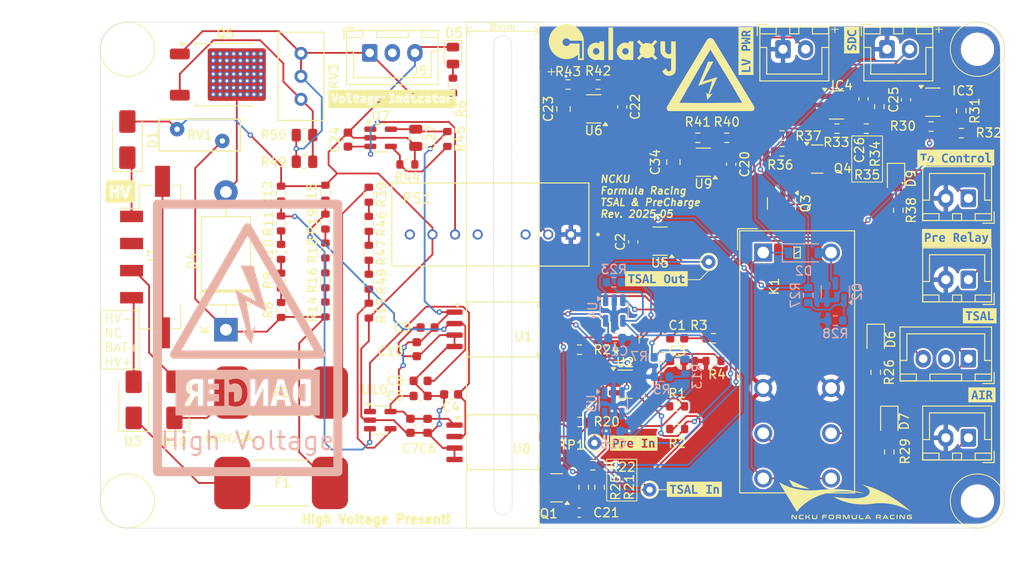
<source format=kicad_pcb>
(kicad_pcb (version 20221018) (generator pcbnew)
  (layers (0 "F.Cu" signal) (31 "B.Cu" signal) (34 "B.Paste" user) (35 "F.Paste" user) (36 "B.SilkS" user "B.Silkscreen") (37 "F.SilkS" user "F.Silkscreen") (38 "B.Mask" user) (39 "F.Mask" user) (44 "Edge.Cuts" user))
  (net 0 "")
  (net 1 "HV-")
  (net 2 "Net-(U2--)")
  (net 3 "+5VA")
  (net 4 "Net-(U2-+)")
  (net 5 "Net-(C4-Pad1)")
  (net 6 "Net-(C8-Pad1)")
  (net 7 "+5V")
  (net 8 "GND2")
  (net 9 "Net-(D1-K)")
  (net 10 "Net-(U3-+)")
  (net 11 "Net-(D3-K)")
  (net 12 "/SDC")
  (net 13 "Net-(Q1-G)")
  (net 14 "VCC")
  (net 15 "Net-(PS1-+VOUT)")
  (net 16 "Net-(IC3-RST{slash}~{RST})")
  (net 17 "Net-(U4-+)")
  (net 18 "Net-(D3-A)")
  (net 19 "Net-(D2-A)")
  (net 20 "HV+")
  (net 21 "Net-(D5-A)")
  (net 22 "Net-(D6-K)")
  (net 23 "Net-(D6-A)")
  (net 24 "Net-(D7-A)")
  (net 25 "Net-(D9-K)")
  (net 26 "Net-(D9-A)")
  (net 27 "Net-(D10-K)")
  (net 28 "BATT+")
  (net 29 "Net-(D10-A)")
  (net 30 "Net-(R1-Pad1)")
  (net 31 "Net-(IC3-SET)")
  (net 32 "Net-(IC3-DIV)")
  (net 33 "Net-(IC3-OUT)")
  (net 34 "Net-(IC4-RST{slash}~{RST})")
  (net 35 "Net-(IC4-SET)")
  (net 36 "Net-(IC4-DIV)")
  (net 37 "Net-(IC4-OUT)")
  (net 39 "Net-(R2-Pad1)")
  (net 41 "Net-(J3-Pin_1)")
  (net 42 "Net-(J6-Pin_1)")
  (net 43 "Net-(J5-Pin_1)")
  (net 45 "Net-(K1-Pad21)")
  (net 49 "Net-(Q2-G)")
  (net 50 "Net-(Q3-G)")
  (net 51 "Net-(D4-A)")
  (net 52 "Net-(Q5-S)")
  (net 53 "Net-(R8-Pad2)")
  (net 54 "Net-(R10-Pad1)")
  (net 55 "Net-(R10-Pad2)")
  (net 56 "Net-(R13-Pad1)")
  (net 57 "Net-(R14-Pad2)")
  (net 58 "Net-(U10-+)")
  (net 59 "Net-(R16-Pad2)")
  (net 60 "Net-(R18-Pad2)")
  (net 61 "Net-(R21-Pad2)")
  (net 62 "Net-(U10--)")
  (net 63 "Net-(U9-ADJ)")
  (net 64 "Net-(U6-ADJ)")
  (net 65 "Net-(U7-ADJ)")
  (net 66 "Net-(U3--)")
  (net 67 "Net-(U4--)")
  (net 68 "unconnected-(J7-MountPin-PadMP)")
  (net 69 "Net-(R20-Pad1)")
  (net 70 "Net-(R23-Pad1)")
  (net 71 "Net-(R39-Pad2)")
  (net 72 "Net-(R46-Pad2)")
  (net 73 "Net-(R47-Pad2)")
  (net 74 "Net-(TP8-Pad1)")
  (footprint "Connector_Molex:Molex_Micro-Fit_3.0_43650-0424_1x04-1MP_P3.00mm_Vertical" (layer "F.Cu") (at 69.6 56 -90)
    (fp_text reference "J7")
    (fp_text value "Conn_HV")
  )
  (footprint "Resistor_SMD:R_0603_1608Metric" (layer "F.Cu") (at 158.2125 39.8075 90)
    (fp_text reference "R31")
    (fp_text value "1M")
  )
  (footprint "Capacitor_SMD:C_0603_1608Metric" (layer "F.Cu") (at 99.2 63.8 180)
    (fp_text reference "C9")
    (fp_text value "0.1u")
  )
  (footprint "kibuzzard-67A0528E" (layer "F.Cu") (at 122 76.6)
    (fp_text reference "kibuzzard-67A0528E" hide)
    (fp_text value "G***" hide)
  )
  (footprint "Connector_JST:JST_XH_B2B-XH-A_1x02_P2.50mm_Vertical" (layer "F.Cu") (at 138.5 33)
    (fp_text reference "J4" hide)
    (fp_text value "Conn_01x02")
  )
  (footprint "Package_TO_SOT_SMD:TSOT-23-6" (layer "F.Cu") (at 144.4125 39.1675)
    (fp_text reference "IC4")
    (fp_text value "LTC6995IS6-2#TRMPBF")
  )
  (footprint "Resistor_SMD:R_0603_1608Metric" (layer "F.Cu") (at 96.9625 45.75 180)
    (fp_text reference "R44")
    (fp_text value "100k")
  )
  (footprint "Resistor_SMD:R_0603_1608Metric" (layer "F.Cu") (at 118.216072 81.4625 90)
    (fp_text reference "R21")
    (fp_text value "10k")
  )
  (footprint "Resistor_SMD:R_0603_1608Metric" (layer "F.Cu") (at 138.388928 44.297298)
    (fp_text reference "R36")
    (fp_text value "100R")
  )
  (footprint "Resistor_SMD:R_0603_1608Metric" (layer "F.Cu") (at 116.0375 74.25 180)
    (fp_text reference "R20")
    (fp_text value "3k3")
  )
  (footprint "Diode_SMD:D_SMA" (layer "F.Cu") (at 71.2 71.8 90)
    (fp_text reference "D3")
    (fp_text value "S1J")
  )
  (footprint "Resistor_SMD:R_0603_1608Metric" (layer "F.Cu") (at 83 52.275 90)
    (fp_text reference "R11")
    (fp_text value "1M")
  )
  (footprint "Package_TO_SOT_SMD:SOT-23" (layer "F.Cu") (at 142.283928 45.157298)
    (fp_text reference "Q4")
    (fp_text value "2N7002")
  )
  (footprint "Resistor_SMD:R_0603_1608Metric" (layer "F.Cu") (at 83 55.425 90)
    (fp_text reference "R10")
    (fp_text value "1M")
  )
  (footprint "Resistor_SMD:R_0603_1608Metric" (layer "F.Cu") (at 126.8 72.52)
    (fp_text reference "R1")
    (fp_text value "3k3")
  )
  (footprint "LOGO" (layer "F.Cu") (at 130.5 35.8)
    (fp_text reference "G***" hide)
    (fp_text value "LOGO" hide)
  )
  (footprint "Capacitor_SMD:C_0805_2012Metric" (layer "F.Cu") (at 97.8875 42.8 -90)
    (fp_text reference "C27")
    (fp_text value "10u")
  )
  (footprint "Resistor_SMD:R_0603_1608Metric" (layer "F.Cu") (at 149.15 39.35 90)
    (fp_text reference "R34")
    (fp_text value "R")
  )
  (footprint "kibuzzard-67A05267" (layer "F.Cu") (at 124.5 58.4)
    (fp_text reference "kibuzzard-67A05267" hide)
    (fp_text value "G***" hide)
  )
  (footprint "MountingHole:MountingHole_3.2mm_M3_ISO14580" (layer "F.Cu") (at 160 33)
    (fp_text reference "H1" hide)
    (fp_text value "MountingHole")
  )
  (footprint "Resistor_SMD:R_0805_2012Metric" (layer "F.Cu") (at 85.5875 45.45 180)
    (fp_text reference "R49")
    (fp_text value "1k")
  )
  (footprint "LED_SMD:LED_0805_2012Metric" (layer "F.Cu") (at 148.75 65.1125 -90)
    (fp_text reference "D6")
    (fp_text value "LED")
  )
  (footprint "TestPoint:TestPoint_THTPad_D1.5mm_Drill0.7mm" (layer "F.Cu") (at 123.75 81.75)
    (fp_text reference "TP7" hide)
    (fp_text value "TestPoint")
  )
  (footprint "TestPoint:TestPoint_THTPad_D1.5mm_Drill0.7mm" (layer "F.Cu") (at 130.2875 56.5375)
    (fp_text reference "TP8" hide)
    (fp_text value "TestPoint")
  )
  (footprint "Resistor_SMD:R_0603_1608Metric" (layer "F.Cu") (at 151.25 50.825 -90)
    (fp_text reference "R38")
    (fp_text value "1k")
  )
  (footprint "Resistor_SMD:R_0603_1608Metric" (layer "F.Cu") (at 148.75 68.75 90)
    (fp_text reference "R26")
    (fp_text value "1K")
  )
  (footprint "BelFuse:0ACJ" (layer "F.Cu") (at 83 71)
    (fp_text reference "F2")
    (fp_text value "0ACJ-2000-TE")
  )
  (footprint "Resistor_SMD:R_0603_1608Metric" (layer "F.Cu") (at 92.7 58.725 -90)
    (fp_text reference "R48")
    (fp_text value "1M")
  )
  (footprint "kibuzzard-67879350" (layer "F.Cu") (at 160.5 71.25)
    (fp_text reference "kibuzzard-67879350" hide)
    (fp_text value "G***" hide)
  )
  (footprint "kibuzzard-67872F94" (layer "F.Cu") (at 160.25 62.5)
    (fp_text reference "kibuzzard-67872F94" hide)
    (fp_text value "G***" hide)
  )
  (footprint "kibuzzard-6787964A" (layer "F.Cu") (at 157.7 53.9)
    (fp_text reference "kibuzzard-6787964A" hide)
    (fp_text value "G***" hide)
  )
  (footprint "Resistor_SMD:R_0603_1608Metric" (layer "F.Cu") (at 116.466072 81.4625 90)
    (fp_text reference "R25")
    (fp_text value "1M")
  )
  (footprint "Capacitor_SMD:C_0603_1608Metric" (layer "F.Cu") (at 115.966072 84.2875)
    (fp_text reference "C21")
    (fp_text value "1u")
  )
  (footprint "Package_TO_SOT_SMD:SOT-23" (layer "F.Cu") (at 138.3375 50.068726 -90)
    (fp_text reference "Q3")
    (fp_text value "2N7002")
  )
  (footprint "Package_TO_SOT_SMD:TO-252-2" (layer "F.Cu") (at 76.84 35.8025)
    (fp_text reference "Q5")
    (fp_text value "DN2470K4")
  )
  (footprint "Connector_JST:JST_XH_B2B-XH-A_1x02_P2.50mm_Vertical" (layer "F.Cu") (at 159 76 180)
    (fp_text reference "J3" hide)
    (fp_text value "Conn_AIR")
  )
  (footprint "Resistor_SMD:R_0603_1608Metric" (layer "F.Cu") (at 116 66.25 180)
    (fp_text reference "R24")
    (fp_text value "1M")
  )
  (footprint "Connector_JST:JST_XH_B3B-XH-A_1x03_P2.50mm_Vertical" (layer "F.Cu") (at 92.8 33.4)
    (fp_text reference "J5")
    (fp_text value "Conn_VI")
  )
  (footprint "Resistor_SMD:R_0603_1608Metric" (layer "F.Cu") (at 132.2775 42.8 180)
    (fp_text reference "R40")
    (fp_text value "100k")
  )
  (footprint "Relay_THT:Relay_DPDT_Omron_G2RL-2" (layer "F.Cu") (at 136.3125 55.5)
    (fp_text reference "K1")
    (fp_text value "G2RL-2")
  )
  (footprint "Resistor_SMD:R_0603_1608Metric" (layer "F.Cu") (at 87.9 55.275 90)
    (fp_text reference "R18")
    (fp_text value "1M")
  )
  (footprint "Capacitor_SMD:C_0603_1608Metric" (layer "F.Cu") (at 99.2 74.675 -90)
    (fp_text reference "C6")
    (fp_text value "0.1u")
  )
  (footprint "Capacitor_SMD:C_0603_1608Metric" (layer "F.Cu") (at 126.8 67.5)
    (fp_text reference "C3")
    (fp_text value "330p")
  )
  (footprint "Package_TO_SOT_SMD:SOT-23-5" (layer "F.Cu") (at 124.9 54.2375 180)
    (fp_text reference "U5")
    (fp_text value "74LVC1G08")
  )
  (footprint "Connector_JST:JST_XH_B2B-XH-A_1x02_P2.50mm_Vertical" (layer "F.Cu") (at 159 49.5 180)
    (fp_text reference "J8" hide)
    (fp_text value "Conn_control")
  )
  (footprint "Resistor_SMD:R_0603_1608Metric" (layer "F.Cu") (at 150.25 77.575 90)
    (fp_text reference "R29")
    (fp_text value "1k")
  )
  (footprint "Package_TO_SOT_SMD:SOT-23-5" (layer "F.Cu") (at 121.0375 70.07)
    (fp_text reference "U2")
    (fp_text value "TLV7041DBV")
  )
  (footprint "Resistor_SMD:R_0603_1608Metric" (layer "F.Cu") (at 92.7 61.925 -90)
    (fp_text reference "R17")
    (fp_text value "37k")
  )
  (footprint "Diode_SMD:D_SMA" (layer "F.Cu") (at 66.7 71.8 90)
    (fp_text reference "D10")
    (fp_text value "S1J")
  )
  (footprint "kibuzzard-67888934" (layer "F.Cu") (at 65.25 48.75)
    (fp_text reference "kibuzzard-67888934" hide)
    (fp_text value "G***" hide)
  )
  (footprint "Capacitor_SMD:C_0603_1608Metric" (layer "F.Cu") (at 132.765 45.725 90)
    (fp_text reference "C20")
    (fp_text value "1u")
  )
  (footprint "Resistor_SMD:R_0603_1608Metric" (layer "F.Cu") (at 92.7 52.325 -90)
    (fp_text reference "R46")
    (fp_text value "1M")
  )
  (footprint "Resistor_SMD:R_0603_1608Metric" (layer "F.Cu") (at 83 48.975 -90)
    (fp_text reference "R12")
    (fp_text value "40k")
  )
  (footprint "Capacitor_SMD:C_0603_1608Metric" (layer "F.Cu") (at 147.4 38.5 90)
    (fp_text reference "C26")
    (fp_text value "0.1u")
  )
  (footprint "Diode_SMD:D_0805_2012Metric" (layer "F.Cu") (at 102 33.7 -90)
    (fp_text reference "D5")
    (fp_text value "LED")
  )
  (footprint "Potentiometer_THT:Potentiometer_Bourns_3296W_Vertical" (layer "F.Cu") (at 85.2 38.54 -90)
    (fp_text reference "RV3")
    (fp_text value "1k")
  )
  (footprint "Resistor_SMD:R_0603_1608Metric" (layer "F.Cu") (at 101.3875 42.925 -90)
    (fp_text reference "R45")
    (fp_text value "303k")
  )
  (footprint "logo:nckufs_logo_15mm" (layer "F.Cu") (at 145.4 82.8)
    (fp_text reference "G***" hide)
    (fp_text value "LOGO" hide)
  )
  (footprint "Resistor_SMD:R_0603_1608Metric" (layer "F.Cu") (at 138.388928 42.547298)
    (fp_text reference "R37")
    (fp_text value "100k")
  )
  (footprint "Resistor_SMD:R_0603_1608Metric" (layer "F.Cu") (at 92.7 55.525 -90)
    (fp_text reference "R47")
    (fp_text value "1M")
  )
  (footprint "Resistor_SMD:R_0603_1608Metric" (layer "F.Cu") (at 118.0525 36.9 180)
    (fp_text reference "R42")
    (fp_text value "100k")
  )
  (footprint "Resistor_SMD:R_0603_1608Metric" (layer "F.Cu") (at 129.0775 42.8)
    (fp_text reference "R41")
    (fp_text value "303k")
  )
  (footprint "Resistor_SMD:R_0603_1608Metric" (layer "F.Cu") (at 102 37.025 90)
    (fp_text reference "R6")
    (fp_text value "1K")
  )
  (footprint "Capacitor_SMD:C_0603_1608Metric" (layer "F.Cu") (at 98.425 69.7 180)
    (fp_text reference "C8")
    (fp_text value "1n")
  )
  (footprint "Resistor_SMD:R_0603_1608Metric" (layer "F.Cu") (at 126.8 75.03)
    (fp_text reference "R2")
    (fp_text value "3k3")
  )
  (footprint "MountingHole:MountingHole_3.2mm_M3_ISO14580" (layer "F.Cu") (at 66 83)
    (fp_text reference "H4" hide)
    (fp_text value "MountingHole")
  )
  (footprint "Diode_SMD:D_SMA" (layer "F.Cu") (at 66 43 90)
    (fp_text reference "D1")
    (fp_text value "S1J")
  )
  (footprint "Package_TO_SOT_SMD:SOT-23" (layer "F.Cu") (at 113.466072 81.5375 180)
    (fp_text reference "Q1")
    (fp_text value "2N7002")
  )
  (footprint "Resistor_SMD:R_0603_1608Metric" (layer "F.Cu") (at 87.9 61.8 90)
    (fp_text reference "R14")
    (fp_text value "1M")
  )
  (footprint "Resistor_SMD:R_0603_1608Metric" (layer "F.Cu") (at 144.4625 41.7875 180)
    (fp_text reference "R33")
    (fp_text value "118k")
  )
  (footprint "Varistor:RV_Disc_D9mm_W3.5mm_P5mm" (layer "F.Cu") (at 76.5 43.15 180)
    (fp_text reference "RV1")
    (fp_text value "MOV-07D681K")
  )
  (footprint "Capacitor_SMD:C_0603_1608Metric" (layer "F.Cu") (at 98.425 71.375)
    (fp_text reference "C5")
    (fp_text value "1u")
  )
  (footprint "kibuzzard-67879B82" (layer "F.Cu") (at 95.25 38.5)
    (fp_text reference "kibuzzard-67879B82" hide)
    (fp_text value "G***" hide)
  )
  (footprint "Capacitor_SMD:C_0805_2012Metric" (layer "F.Cu") (at 114.2275 39.6 90)
    (fp_text reference "C23")
    (fp_text value "10u")
  )
  (footprint "Resistor_SMD:R_0603_1608Metric" (layer "F.Cu") (at 83 58.6 90)
    (fp_text reference "R9")
    (fp_text value "1M")
  )
  (footprint "Capacitor_SMD:C_0603_1608Metric" (layer "F.Cu") (at 120.7275 39.375 -90)
    (fp_text reference "C22")
    (fp_text value "1u")
  )
  (footprint "Package_TO_SOT_SMD:SOT-23-5" (layer "F.Cu") (at 117.5625 39.6 180)
    (fp_text reference "U6")
    (fp_text value "AP2205-W5-7")
  )
  (footprint "Resistor_SMD:R_0603_1608Metric" (layer "F.Cu") (at 154.8875 41.5575 180)
    (fp_text reference "R30")
    (fp_text value "100k")
  )
  (footprint "Resistor_SMD:R_0805_2012Metric" (layer "F.Cu") (at 85.5875 42.5 180)
    (fp_text reference "R50")
    (fp_text value "1k")
  )
  (footprint "Capacitor_SMD:C_0805_2012Metric" (layer "F.Cu") (at 126.3775 45.5 90)
    (fp_text reference "C34")
    (fp_text value "10u")
  )
  (footprint "Resistor_SMD:R_0603_1608Metric" (layer "F.Cu") (at 130.81 67.5)
    (fp_text reference "R4")
    (fp_text value "3k3")
  )
  (footprint "Resistor_SMD:R_0603_1608Metric" (layer "F.Cu") (at 87.9 48.875 -90)
    (fp_text reference "R15")
    (fp_text value "40k")
  )
  (footprint "Package_TO_SOT_SMD:SOT-23-5" (layer "F.Cu") (at 93.9625 74.05)
    (fp_text reference "U10")
    (fp_text value "TLV7041DBV")
  )
  (footprint "Diode_THT:D_DO-201_P15.24mm_Horizontal" (layer "F.Cu") (at 76.9 64.04 90)
    (fp_text reference "D4")
    (fp_text value "1N53xxB")
  )
  (footprint "kibuzzard-67872F86" (layer "F.Cu") (at 157.6 45)
    (fp_text reference "kibuzzard-67872F86" hide)
    (fp_text value "G***" hide)
  )
  (footprint "Capacitor_SMD:C_0603_1608Metric" (layer "F.Cu") (at 101.8 71.2 180)
    (fp_text reference "C4")
    (fp_text value "1n")
  )
  (footprint "Resistor_SMD:R_0603_1608Metric" (layer "F.Cu") (at 130.81 64.99)
    (fp_text reference "R3")
    (fp_text value "3k3")
  )
  (footprint "MountingHole:MountingHole_3.2mm_M3_ISO14580" (layer "F.Cu") (at 160 83)
    (fp_text reference "H2" hide)
    (fp_text value "MountingHole")
  )
  (footprint "kibuzzard-678721F1" (layer "F.Cu") (at 146.1 32 90)
    (fp_text reference "kibuzzard-678721F1" hide)
    (fp_text value "G***" hide)
  )
  (footprint "Capacitor_SMD:C_0603_1608Metric" (layer "F.Cu") (at 152.1 38.6 -90)
    (fp_text reference "C25")
    (fp_text value "0.1u")
  )
  (footprint "Capacitor_SMD:C_0603_1608Metric" (layer "F.Cu") (at 126.8 64.99)
    (fp_text reference "C1")
    (fp_text value "330p")
  )
  (footprint "Resistor_SMD:R_0603_1608Metric" (layer "F.Cu") (at 87.9 52.075 90)
    (fp_text reference "R19")
    (fp_text value "1M")
  )
  (footprint "Resistor_SMD:R_0603_1608Metric" (layer "F.Cu") (at 114.7275 36.9)
    (fp_text reference "R43")
    (fp_text value "303k")
  )
  (footprint "TestPoint:TestPoint_THTPad_D1.5mm_Drill0.7mm" (layer "F.Cu") (at 117.645 76.575)
    (fp_text reference "TP1")
    (fp_text value "TestPoint")
  )
  (footprint "Resistor_SMD:R_0603_1608Metric" (layer "F.Cu") (at 87.9 58.575 90)
    (fp_text reference "R16")
    (fp_text value "1M")
  )
  (footprint "Package_TO_SOT_SMD:TSOT-23-6" (layer "F.Cu") (at 155.075 38.8575)
    (fp_text reference "IC3")
    (fp_text value "LTC6995IS6-2#TRMPBF")
  )
  (footprint "Capacitor_SMD:C_0603_1608Metric" (layer "F.Cu") (at 97.3 74.675 -90)
    (fp_text reference "C7")
    (fp_text value "1u")
  )
  (footprint "LED_SMD:LED_0805_2012Metric" (layer "F.Cu") (at 150.25 74.1875 -90)
    (fp_text reference "D7")
    (fp_text value "LED")
  )
  (footprint "Resistor_SMD:R_0603_1608Metric" (layer "F.Cu") (at 158.2125 42.2875 180)
    (fp_text reference "R32")
    (fp_text value "280k")
  )
  (footprint "Connector_JST:JST_XH_B2B-XH-A_1x02_P2.50mm_Vertical" (layer "F.Cu") (at 150 33)
    (fp_text reference "J1" hide)
    (fp_text value "Conn_SDC")
  )
  (footprint "Package_TO_SOT_SMD:SOT-23-5" (layer "F.Cu") (at 129.7 45.5 180)
    (fp_text reference "U9")
    (fp_text value "AP2204K-ADJ")
  )
  (footprint "Capacitor_SMD:C_0603_1608Metric" (layer "F.Cu") (at 98 66.2 -90)
    (fp_text reference "C10")
    (fp_text value "0.1u")
  )
  (footprint "MountingHole:MountingHole_3.2mm_M3_ISO14580" (layer "F.Cu") (at 66 33)
    (fp_text reference "H3" hide)
    (fp_text value "MountingHole")
  )
  (footprint "Resistor_SMD:R_0603_1608Metric" (layer "F.Cu") (at 92.7 49.1 -90)
    (fp_text reference "R39")
    (fp_text value "1M")
  )
  (footprint "logo:galaxy_logo_15mm" (layer "F.Cu") (at 119.7 33.1)
    (fp_text reference "G***" hide)
    (fp_text value "LOGO" hide)
  )
  (footprint "LED_SMD:LED_0805_2012Metric" (layer "F.Cu") (at 151 47.3125 -90)
    (fp_text reference "D9")
    (fp_text value "LED")
  )
  (footprint "Connector_JST:JST_XH_B2B-XH-A_1x02_P2.50mm_Vertical" (layer "F.Cu") (at 159 58.5 180)
    (fp_text reference "J6" hide)
    (fp_text value "Conn_PRE")
  )
  (footprint "Capacitor_SMD:C_0603_1608Metric" (layer "F.Cu") (at 121.9375 54.325 90)
    (fp_text reference "C2")
    (fp_text value "1u")
  )
  (footprint "Capacitor_SMD:C_0603_1608Metric" (layer "F.Cu") (at 90.3875 43 90)
    (fp_text reference "C24")
    (fp_text value "1u")
  )
  (footprint "Resistor_SMD:R_0603_1608Metric" (layer "F.Cu") (at 117.466072 79.0375)
    (fp_text reference "R22")
    (fp_text value "1M")
  )
  (footprint "Package_TO_SOT_SMD:SOT-23-5" (layer "F.Cu") (at 94 42.8)
    (fp_text reference "U7")
    (fp_text value "AP2205-W5-7")
  )
  (footprint "kibuzzard-67A052A1" (layer "F.Cu") (at 128.7 81.7)
    (fp_text reference "kibuzzard-67A052A1" hide)
    (fp_text value "G***" hide)
  )
  (footprint "BelFuse:0ACJ" (layer "F.Cu") (at 83 81)
    (fp_text reference "F1")
    (fp_text value "0ACJ-2000-TE")
  )
  (footprint "Resistor_SMD:R_0603_1608Metric" (layer "F.Cu") (at 83 61.85 90)
    (fp_text reference "R8")
    (fp_text value "1M")
  )
  (footprint "Package_SO:SOIC-8_7.5x5.85mm_P1.27mm" (layer "F.Cu") (at 107.5 64)
    (fp_text reference "U1")
    (fp_text value "AMC1351")
  )
  (footprint "Connector_JST:JST_XH_B3B-XH-A_1x03_P2.50mm_Vertical" (layer "F.Cu") (at 159 67.25 180)
    (fp_text reference "J2" hide)
    (fp_text value "Conn_TSAL")
  )
  (footprint "SPBW06F-12:CONV_SPBW06F-12" (layer "F.Cu") (at 106.1375 52.4 180)
    (fp_text reference "PS1")
    (fp_text value "SPBW06F-12")
  )
  (footprint "kibuzzard-67872213" (layer "F.Cu") (at 134.4 33.2 90)
    (fp_text reference "kibuzzard-67872213" hide)
    (fp_text value "G***" hide)
  )
  (footprint "Resistor_SMD:R_0603_1608Metric" (layer "F.Cu") (at 147.7125 41.7875 180)
    (fp_text reference "R35")
    (fp_text value "R")
  )
  (footprint "Package_SO:SOIC-8_7.5x5.85mm_P1.27mm" (layer "F.Cu") (at 107.5 76.5)
    (fp_text reference "U8")
    (fp_text value "AMC1351")
  )
  (footprint "Resistor_SMD:R_0603_1608Metric" (layer "B.Cu") (at 125.075 67.1)
    (fp_text reference "R7")
    (fp_text value "1M")
  )
  (footprint "Resistor_SMD:R_0603_1608Metric" (layer "B.Cu") (at 125.1 69.24)
    (fp_text reference "R5")
    (fp_text value "100k")
  )
  (footprint "Diode_SMD:D_SOD-123" (layer "B.Cu") (at 140.7875 55.5375)
    (fp_text reference "D2")
    (fp_text value "1N4148W")
  )
  (footprint "Package_TO_SOT_SMD:SOT-23" (layer "B.Cu") (at 144.291632 59.85 90)
    (fp_text reference "Q2")
    (fp_text value "2N7002")
  )
  (footprint "Resistor_SMD:R_0603_1608Metric" (layer "B.Cu") (at 141.2875 60.2125 -90)
    (fp_text reference "R27")
    (fp_text value "100R")
  )
  (footprint "Resistor_SMD:R_0603_1608Metric" (layer "B.Cu") (at 119.7875 58.7875 180)
    (fp_text reference "R23")
    (fp_text value "1M")
  )
  (footprint "Resistor_SMD:R_0603_1608Metric" (layer "B.Cu") (at 127.7 68.1 90)
    (fp_text reference "R13")
    (fp_text value "20k")
  )
  (footprint "Resistor_SMD:R_0603_1608Metric" (layer "B.Cu") (at 144.2875 63.0375)
    (fp_text reference "R28")
    (fp_text value "100k")
  )
  (footprint "Package_TO_SOT_SMD:SOT-23-5" (layer "B.Cu") (at 119.74 72.195 -90)
    (fp_text reference "U3")
    (fp_text value "TLV7041DBV")
  )
  (footprint "Capacitor_SMD:C_0603_1608Metric" (layer "B.Cu") (at 119.725 75.25)
    (fp_text reference "C16")
    (fp_text value "1u")
  )
  (footprint "kibuzzard-6788E0FE" (layer "B.Cu") (at 79.3 71 180)
    (fp_text reference "kibuzzard-6788E0FE" hide)
    (fp_text value "G***" hide)
  )
  (footprint "Package_TO_SOT_SMD:SOT-23-5" (layer "B.Cu") (at 119.8375 61.915 -90)
    (fp_text reference "U4")
    (fp_text value "TLV7041DBV")
  )
  (footprint "Capacitor_SMD:C_0603_1608Metric" (layer "B.Cu") (at 119.9475 64.97)
    (fp_text reference "C17")
    (fp_text value "1u")
  )
  (footprint "LOGO" (layer "B.Cu") (at 79.299784 59.75 180)
    (fp_text reference "G***" hide)
    (fp_text value "LOGO" hide)
  )
  (gr_rect (start 69.326127 50.145491) (end 89.273873 79.75) (stroke (width 1)) (fill none) (layer "B.SilkS"))
  (gr_circle (center 160 33) (end 160 30) (stroke (width 0.1)) (fill none) (layer "F.SilkS"))
  (gr_circle (center 66 33) (end 66 30) (stroke (width 0.1)) (fill none) (layer "F.SilkS"))
  (gr_circle (center 66 83) (end 66 80) (stroke (width 0.1)) (fill none) (layer "F.SilkS"))
  (gr_line (start 129.3 58.5) (end 128 58.5) (stroke (width 0.1)) (layer "F.SilkS"))
  (gr_line (start 130.2875 57.4875) (end 129.3 58.5) (stroke (width 0.1)) (layer "F.SilkS"))
  (gr_line (start 111.5 31) (end 111 30.5) (stroke (width 0.1)) (layer "F.SilkS"))
  (gr_line (start 104 31.5) (end 103.5 31) (stroke (width 0.1)) (layer "F.SilkS"))
  (gr_line (start 118.595 76.575) (end 119.4 76.6) (stroke (width 0.1)) (layer "F.SilkS"))
  (gr_line (start 123.2 71.09) (end 123.2 71.84) (stroke (width 0.1)) (layer "F.SilkS"))
  (gr_line (start 103.5 31) (end 104 30.5) (stroke (width 0.1)) (layer "F.SilkS"))
  (gr_circle (center 160 83) (end 160 80) (stroke (width 0.1)) (fill none) (layer "F.SilkS"))
  (gr_line (start 111 31.5) (end 111.5 31) (stroke (width 0.1)) (layer "F.SilkS"))
  (gr_line (start 111 30.5) (end 111.5 31) (stroke (width 0.1)) (layer "F.SilkS"))
  (gr_rect (start 103.5 30) (end 111.5 86) (stroke (width 0.1)) (fill none) (layer "F.SilkS"))
  (gr_line (start 124.7 81.75) (end 125.6 81.75) (stroke (width 0.1)) (layer "F.SilkS"))
  (gr_line (start 104 30.5) (end 103.5 31) (stroke (width 0.1)) (layer "F.SilkS"))
  (gr_line (start 122.6 65.54) (end 122.6 64.54) (stroke (width 0.1)) (layer "F.SilkS"))
  (gr_rect (start 63.1 61.9) (end 67.3 68.4) (stroke (width 0.1)) (fill none) (layer "F.SilkS"))
  (gr_rect (start 146.1 42.6) (end 149.5 47.7) (stroke (width 0.1)) (fill none) (layer "F.SilkS"))
  (gr_rect (start 119 78.375) (end 122.3375 83) (stroke (width 0.1)) (fill none) (layer "F.SilkS"))
  (gr_line (start 103.5 31) (end 111.5 31) (stroke (width 0.1)) (layer "F.SilkS"))
  (gr_arc (start 63 33) (mid 63.87868 30.87868) (end 66 30) (stroke (width 0.05)) (layer "Edge.Cuts"))
  (gr_arc (start 160.000001 30) (mid 162.121321 30.87868) (end 163.000001 33) (stroke (width 0.05)) (layer "Edge.Cuts"))
  (gr_line (start 63 33) (end 63 83) (stroke (width 0.05)) (layer "Edge.Cuts"))
  (gr_line (start 66 86) (end 160.000001 86) (stroke (width 0.05)) (layer "Edge.Cuts"))
  (gr_line (start 106.5 32.5) (end 106.5375 83.5375) (stroke (width 0.05)) (layer "Edge.Cuts"))
  (gr_arc (start 106.5 32.5) (mid 107.5 31.5) (end 108.5 32.5) (stroke (width 0.05)) (layer "Edge.Cuts"))
  (gr_arc (start 108.5375 83.5375) (mid 107.5375 84.5375) (end 106.5375 83.5375) (stroke (width 0.05)) (layer "Edge.Cuts"))
  (gr_line (start 160.000001 30) (end 66 30) (stroke (width 0.05)) (layer "Edge.Cuts"))
  (gr_line (start 163.000001 83.000001) (end 163.000001 33) (stroke (width 0.05)) (layer "Edge.Cuts"))
  (gr_line (start 108.5375 83.5375) (end 108.5 32.5) (stroke (width 0.05)) (layer "Edge.Cuts"))
  (gr_arc (start 163.000001 83.000001) (mid 162.121321 85.121321) (end 160.000001 86.000001) (stroke (width 0.05)) (layer "Edge.Cuts"))
  (gr_arc (start 66 86) (mid 63.87868 85.12132) (end 63 83) (stroke (width 0.05)) (layer "Edge.Cuts"))
  (gr_text "High Voltage" (at 79.3 77.5) (layer "B.SilkS") (effects (font (size 2 2) (thickness 0.25) bold) (justify bottom)))
  (gr_text "HV-\nNC\nBAT+\nHV+" (at 63.4 68.2) (layer "F.SilkS") (effects (font (size 1 1) (thickness 0.1)) (justify left bottom)))
  (gr_text "High Voltage Present!" (at 93.5 85.6) (layer "F.SilkS") (effects (font (size 1 1) (thickness 0.25) bold) (justify bottom)))
  (gr_text "+" (at 155.05 31.3) (layer "F.SilkS") (effects (font (size 1 1) (thickness 0.1)) (justify left bottom)))
  (gr_text "600V/2A" (at 74.5 76.5) (layer "F.SilkS") (effects (font (size 0.8 0.8) (thickness 0.15) bold) (justify left bottom)))
  (gr_text "+" (at 112.2 36) (layer "F.SilkS") (effects (font (size 1 1) (thickness 0.1)) (justify left bottom)))
  (gr_text "NCKU\nFormula Racing\nTSAL & PreCharge\nRev. 2025.05" (at 118.2 51.7) (layer "F.SilkS") (effects (font (size 0.8 0.8) (thickness 0.16) bold italic) (justify left bottom)))
  (gr_text "8mm" (at 107.5 31) (layer "F.SilkS") (effects (font (size 0.8 0.8) (thickness 0.1)) (justify bottom)))
  (gr_text "+" (at 143.55 31.3) (layer "F.SilkS") (effects (font (size 1 1) (thickness 0.1)) (justify left bottom)))
  (segment (start 97.8875 43.75) (end 96.9375 42.8) (width 0.2) (layer "F.Cu") (net 1))
  (segment (start 98.225 66.975) (end 100.565 64.635) (width 0.2) (layer "F.Cu") (net 1))
  (segment (start 90.9625 42.8) (end 90.3875 42.225) (width 0.2) (layer "F.Cu") (net 1))
  (segment (start 100.885 77.135) (end 102.175 77.135) (width 0.2) (layer "F.Cu") (net 1))
  (segment (start 92.825 74.05) (end 95.453052 74.05) (width 0.2) (layer "F.Cu") (net 1))
  (segment (start 97.3 75.45) (end 99.2 75.45) (width 0.2) (layer "F.Cu") (net 1))
  (segment (start 97.65 69.7) (end 97.65 69.825) (width 0.2) (layer "F.Cu") (net 1))
  (segment (start 92.7 65.3) (end 91.8625 66.1375) (width 0.2) (layer "F.Cu") (net 1))
  (segment (start 96 65.5) (end 97.7 63.8) (width 0.2) (layer "F.Cu") (net 1))
  (segment (start 91.8625 66.1375) (end 91.8625 73.6625) (width 0.2) (layer "F.Cu") (net 1))
  (segment (start 96.9375 42.8) (end 92.8625 42.8) (width 0.2) (layer "F.Cu") (net 1))
  (segment (start 100.85 71.375) (end 101.025 71.2) (width 0.2) (layer "F.Cu") (net 1))
  (segment (start 102.175 64.635) (end 102.175 65.905) (width 0.2) (layer "F.Cu") (net 1))
  (segment (start 89.2 46.75) (end 88.25 45.8) (width 0.2) (layer "F.Cu") (net 1))
  (segment (start 92.25 74.05) (end 92.825 74.05) (width 0.2) (layer "F.Cu") (net 1))
  (segment (start 98.45 32.75) (end 101.9875 32.75) (width 0.2) (layer "F.Cu") (net 1))
  (segment (start 88.25 45.8) (end 88.25 44.3625) (width 0.2) (layer "F.Cu") (net 1))
  (segment (start 90.3875 42.225) (end 88.25 44.3625) (width 0.2) (layer "F.Cu") (net 1))
  (segment (start 92.8625 42.8) (end 90.9625 42.8) (width 0.2) (layer "F.Cu") (net 1))
  (segment (start 83 45.9) (end 79.6 42.5) (width 0.2) (layer "F.Cu") (net 1))
  (segment (start 96 66.5) (end 96 65.5) (width 0.2) (layer "F.Cu") (net 1))
  (segment (start 98 66.975) (end 96.475 66.975) (width 0.2) (layer "F.Cu") (net 1))
  (segment (start 96.853052 75.45) (end 97.3 75.45) (width 0.2) (layer "F.Cu") (net 1))
  (segment (start 101.445 65.905) (end 97.65 69.7) (width 0.2) (layer "F.Cu") (net 1))
  (segment (start 100.5 73) (end 101.025 72.475) (width 0.2) (layer "F.Cu") (net 1))
  (segment (start 97.8 33.4) (end 98.45 32.75) (width 0.2) (layer "F.Cu") (net 1))
  (segment (start 97.7875 43.85) (end 97.8875 43.75) (width 0.2) (layer "F.Cu") (net 1))
  (segment (start 98 66.975) (end 98.225 66.975) (width 0.2) (layer "F.Cu") (net 1))
  (segment (start 92.7 62.75) (end 92.7 65.3) (width 0.2) (layer "F.Cu") (net 1))
  (segment (start 101.025 72.475) (end 101.025 71.2) (width 0.2) (layer "F.Cu") (net 1))
  (segment (start 99.7375 53.5) (end 99.7375 55.7125) (width 0.2) (layer "F.Cu") (net 1))
  (segment (start 95.453052 74.05) (end 96.853052 75.45) (width 0.2) (layer "F.Cu") (net 1))
  (segment (start 100.565 64.635) (end 102.175 64.635) (width 0.2) (layer "F.Cu") (net 1))
  (segment (start 97.65 69.825) (end 99.2 71.375) (width 0.2) (layer "F.Cu") (net 1))
  (segment (start 99.7375 53.5) (end 99.7375 52.7375) (width 0.2) (layer "F.Cu") (net 1))
  (segment (start 89.2 46.75) (end 87.9 48.05) (width 0.2) (layer "F.Cu") (net 1))
  (segment (start 70.65 41) (end 71.5 41.85) (width 0.2) (layer "F.Cu") (net 1))
  (segment (start 99.55 75.45) (end 100.5 74.5) (width 0.2) (layer "F.Cu") (net 1))
  (segment (start 101.9875 32.75) (end 102 32.7625) (width 0.2) (layer "F.Cu") (net 1))
  (segment (start 99.7375 55.7125) (end 92.7 62.75) (width 0.2) (layer "F.Cu") (net 1))
  (segment (start 99.7375 52.7375) (end 93.75 46.75) (width 0.2) (layer "F.Cu") (net 1))
  (segment (start 87.8 48.15) (end 87.9 48.05) (width 0.2) (layer "F.Cu") (net 1))
  (segment (start 93.75 46.75) (end 89.2 46.75) (width 0.2) (layer "F.Cu") (net 1))
  (segment (start 97.7 63.8) (end 98.425 63.8) (width 0.2) (layer "F.Cu") (net 1))
  (segment (start 83 48.15) (end 83 45.9) (width 0.2) (layer "F.Cu") (net 1))
  (segment (start 99.2 75.45) (end 99.55 75.45) (width 0.2) (layer "F.Cu") (net 1))
  (segment (start 94.3 38.3125) (end 94.3 38.3) (width 0.2) (layer "F.Cu") (net 1))
  (segment (start 88.25 47.7) (end 87.9 48.05) (width 0.2) (layer "F.Cu") (net 1))
  (segment (start 66 41) (end 70.65 41) (width 0.2) (layer "F.Cu") (net 1))
  (segment (start 83 48.15) (end 87.8 48.15) (width 0.2) (layer "F.Cu") (net 1))
  (segment (start 102.175 77.135) (end 102.175 78.405) (width 0.2) (layer "F.Cu") (net 1))
  (segment (start 97.7875 45.75) (end 97.7875 43.85) (width 0.2) (layer "F.Cu") (net 1))
  (segment (start 91.8625 73.6625) (end 92.25 74.05) (width 0.2) (layer "F.Cu") (net 1))
  (segment (start 90.3875 42.225) (end 94.3 38.3125) (width 0.2) (layer "F.Cu") (net 1))
  (segment (start 99.2 75.45) (end 100.885 77.135) (width 0.2) (layer "F.Cu") (net 1))
  (segment (start 99.2 71.375) (end 100.85 71.375) (width 0.2) (layer "F.Cu") (net 1))
  (segment (start 102.175 65.905) (end 101.445 65.905) (width 0.2) (layer "F.Cu") (net 1))
  (segment (start 99.2 71.375) (end 99.2 71.4) (width 0.2) (layer "F.Cu") (net 1))
  (segment (start 96.475 66.975) (end 96 66.5) (width 0.2) (layer "F.Cu") (net 1))
  (via (at 100.5 73) (size 0.6) (drill 0.3) (layers "F.Cu" "B.Cu") (net 1))
  (via (at 100.5 74.5) (size 0.6) (drill 0.3) (layers "F.Cu" "B.Cu") (net 1))
  (via (at 79.6 42.5) (size 0.6) (drill 0.3) (layers "F.Cu" "B.Cu") (net 1))
  (via (at 94.3 38.3) (size 0.6) (drill 0.3) (layers "F.Cu" "B.Cu") (net 1))
  (segment (start 79.6 42.5) (end 77.85 40.75) (width 0.2) (layer "B.Cu") (net 1))
  (segment (start 77.85 40.75) (end 72.6 40.75) (width 0.2) (layer "B.Cu") (net 1))
  (segment (start 72.6 40.75) (end 71.5 41.85) (width 0.2) (layer "B.Cu") (net 1))
  (segment (start 97.8 34.8) (end 97.8 33.4) (width 0.2) (layer "B.Cu") (net 1))
  (segment (start 94.3 38.3) (end 97.8 34.8) (width 0.2) (layer "B.Cu") (net 1))
  (segment (start 100.5 74.5) (end 100.5 73) (width 0.2) (layer "B.Cu") (net 1))
  (segment (start 130.385 64.99) (end 132.7 67.305) (width 0.2) (layer "F.Cu") (net 2))
  (segment (start 125 75.5) (end 125.305 75.805) (width 0.2) (layer "F.Cu") (net 2))
  (segment (start 123.960049 72.43995) (end 123.59495 72.43995) (width 0.2) (layer "F.Cu") (net 2))
  (segment (start 127.9 74.2) (end 127.625 74.475) (width 0.2) (layer "F.Cu") (net 2))
  (segment (start 125.305 75.805) (end 126.85 75.805) (width 0.2) (layer "F.Cu") (net 2))
  (segment (start 132.7 67.305) (end 132.7 68.9) (width 0.2) (layer "F.Cu") (net 2))
  (segment (start 129.985 64.99) (end 127.575 64.99) (width 0.2) (layer "F.Cu") (net 2))
  (segment (start 128.7 74.2) (end 127.9 74.2) (width 0.2) (layer "F.Cu") (net 2))
  (segment (start 123.59495 72.43995) (end 122.175 71.02) (width 0.2) (layer "F.Cu") (net 2))
  (segment (start 129.985 64.99) (end 130.385 64.99) (width 0.2) (layer "F.Cu") (net 2))
  (segment (start 125.060222 73.600956) (end 125.060222 73.540123) (width 0.2) (layer "F.Cu") (net 2))
  (segment (start 126.85 75.805) (end 127.625 75.03) (width 0.2) (layer "F.Cu") (net 2))
  (segment (start 127.625 74.475) (end 127.625 75.03) (width 0.2) (layer "F.Cu") (net 2))
  (segment (start 125.060222 73.540123) (end 123.960049 72.43995) (width 0.2) (layer "F.Cu") (net 2))
  (via (at 125.060222 73.600956) (size 0.6) (drill 0.3) (layers "F.Cu" "B.Cu") (net 2))
  (via (at 132.7 68.9) (size 0.6) (drill 0.3) (layers "F.Cu" "B.Cu") (net 2))
  (via (at 125 75.5) (size 0.6) (drill 0.3) (layers "F.Cu" "B.Cu") (net 2))
  (via (at 128.7 74.2) (size 0.6) (drill 0.3) (layers "F.Cu" "B.Cu") (net 2))
  (segment (start 125 75.5) (end 125.060222 75.439778) (width 0.2) (layer "B.Cu") (net 2))
  (segment (start 125.060222 75.439778) (end 125.060222 73.600956) (width 0.2) (layer "B.Cu") (net 2))
  (segment (start 132.7 68.9) (end 132.7 70.2) (width 0.2) (layer "B.Cu") (net 2))
  (segment (start 132.7 70.2) (end 128.7 74.2) (width 0.2) (layer "B.Cu") (net 2))
  (segment (start 98.1375 42.1) (end 97.8875 41.85) (width 0.2) (layer "F.Cu") (net 3))
  (segment (start 97.075 65.425) (end 98 65.425) (width 0.2) (layer "F.Cu") (net 3))
  (segment (start 95.1 72.3) (end 95.1 73.1) (width 0.2) (layer "F.Cu") (net 3))
  (segment (start 97.65 71.375) (end 96.025 71.375) (width 0.2) (layer "F.Cu") (net 3))
  (segment (start 99.5 44) (end 101.3875 42.1125) (width 0.2) (layer "F.Cu") (net 3))
  (segment (start 96.6 65.9) (end 97.075 65.425) (width 0.2) (layer "F.Cu") (net 3))
  (segment (start 99.975 63.8) (end 101.68 62.095) (width 0.2) (layer "F.Cu") (net 3))
  (segment (start 99.2 73.9) (end 101.48 73.9) (width 0.2) (layer "F.Cu") (net 3))
  (segment (start 98 65.425) (end 98.35 65.425) (width 0.2) (layer "F.Cu") (net 3))
  (segment (start 96.5 73.1) (end 97.3 73.9) (width 0.2) (layer "F.Cu") (net 3))
  (segment (start 96.025 68.475) (end 96.5 68) (width 0.2) (layer "F.Cu") (net 3))
  (segment (start 101.3875 42.1) (end 98.1375 42.1) (width 0.2) (layer "F.Cu") (net 3))
  (segment (start 101.68 62.095) (end 102.175 62.095) (width 0.2) (layer "F.Cu") (net 3))
  (segment (start 101.48 73.9) (end 102.175 74.595) (width 0.2) (layer "F.Cu") (net 3))
  (segment (start 97.3 73.9) (end 99.2 73.9) (width 0.2) (layer "F.Cu") (net 3))
  (segment (start 97.8875 41.85) (end 95.1375 41.85) (width 0.2) (layer "F.Cu") (net 3))
  (segment (start 98.35 65.425) (end 99.975 63.8) (width 0.2) (layer "F.Cu") (net 3))
  (segment (start 102.175 62.095) (end 100.5 62.095) (width 0.2) (layer "F.Cu") (net 3))
  (segment (start 96.025 71.375) (end 96.025 68.475) (width 0.2) (layer "F.Cu") (net 3))
  (segment (start 101.3875 42.1125) (end 101.3875 42.1) (width 0.2) (layer "F.Cu") (net 3))
  (segment (start 96.025 71.375) (end 95.1 72.3) (width 0.2) (layer "F.Cu") (net 3))
  (segment (start 95.1 73.1) (end 96.5 73.1) (width 0.2) (layer "F.Cu") (net 3))
  (segment (start 96.6 66) (end 96.6 65.9) (width 0.2) (layer "F.Cu") (net 3))
  (via (at 100.5 62.095) (size 0.6) (drill 0.3) (layers "F.Cu" "B.Cu") (net 3))
  (via (at 96.5 68) (size 0.6) (drill 0.3) (layers "F.Cu" "B.Cu") (net 3))
  (via (at 96.6 66) (size 0.6) (drill 0.3) (layers "F.Cu" "B.Cu") (net 3))
  (via (at 99.5 44) (size 0.6) (drill 0.3) (layers "F.Cu" "B.Cu") (net 3))
  (segment (start 100.5 62.095) (end 100.095 62.095) (width 0.2) (layer "B.Cu") (net 3))
  (segment (start 98.8725 44.6275) (end 99.5 44) (width 0.2) (layer "B.Cu") (net 3))
  (segment (start 99 61) (end 98.8725 60.8725) (width 0.2) (layer "B.Cu") (net 3))
  (segment (start 98.8725 60.8725) (end 98.8725 44.6275) (width 0.2) (layer "B.Cu") (net 3))
  (segment (start 96.5 68) (end 96.5 66.1) (width 0.2) (layer "B.Cu") (net 3))
  (segment (start 100.095 62.095) (end 99 61) (width 0.2) (layer "B.Cu") (net 3))
  (segment (start 96.5 66.1) (end 96.6 66) (width 0.2) (layer "B.Cu") (net 3))
  (segment (start 131.635 67.5) (end 130.86 66.725) (width 0.2) (layer "F.Cu") (net 4))
  (segment (start 124.651471 72) (end 124.3 71.648529) (width 0.2) (layer "F.Cu") (net 4))
  (segment (start 126.753529 71.648529) (end 125.5 71.648529) (width 0.2) (layer "F.Cu") (net 4))
  (segment (start 125.117352 74.7) (end 127.297352 72.52) (width 0.2) (layer "F.Cu") (net 4))
  (segment (start 125.148529 72) (end 124.651471 72) (width 0.2) (layer "F.Cu") (net 4))
  (segment (start 122.2 74.7) (end 125.117352 74.7) (width 0.2) (layer "F.Cu") (net 4))
  (segment (start 127.297352 72.52) (end 127.625 72.52) (width 0.2) (layer "F.Cu") (net 4))
  (segment (start 126.8 66.725) (end 126.025 67.5) (width 0.2) (layer "F.Cu") (net 4))
  (segment (start 125.5 71.648529) (end 125.148529 72) (width 0.2) (layer "F.Cu") (net 4))
  (segment (start 124.3 69.225) (end 126.025 67.5) (width 0.2) (layer "F.Cu") (net 4))
  (segment (start 119.9 72.4) (end 122.2 74.7) (width 0.2) (layer "F.Cu") (net 4))
  (segment (start 127.625 72.52) (end 126.753529 71.648529) (width 0.2) (layer "F.Cu") (net 4))
  (segment (start 130.86 66.725) (end 126.8 66.725) (width 0.2) (layer "F.Cu") (net 4))
  (segment (start 119.9 71.02) (end 119.9 72.4) (width 0.2) (layer "F.Cu") (net 4))
  (segment (start 124.3 71.648529) (end 124.3 69.225) (width 0.2) (layer "F.Cu") (net 4))
  (segment (start 102.575 71.2) (end 103.375 72) (width 0.2) (layer "F.Cu") (net 5))
  (segment (start 99.039315 61.495) (end 103.115552 61.495) (width 0.2) (layer "F.Cu") (net 5))
  (segment (start 103.115552 61.495) (end 103.775 62.154448) (width 0.2) (layer "F.Cu") (net 5))
  (segment (start 103.074999 75.865) (end 102.175 75.865) (width 0.2) (layer "F.Cu") (net 5))
  (segment (start 103.775 70) (end 102.575 71.2) (width 0.2) (layer "F.Cu") (net 5))
  (segment (start 92.825 67.709315) (end 99.039315 61.495) (width 0.2) (layer "F.Cu") (net 5))
  (segment (start 103.375 75.564999) (end 103.074999 75.865) (width 0.2) (layer "F.Cu") (net 5))
  (segment (start 92.825 73.1) (end 92.825 67.709315) (width 0.2) (layer "F.Cu") (net 5))
  (segment (start 103.375 72) (end 103.375 75.564999) (width 0.2) (layer "F.Cu") (net 5))
  (segment (start 103.775 62.154448) (end 103.775 70) (width 0.2) (layer "F.Cu") (net 5))
  (segment (start 101.624235 63.365) (end 100.995083 63.994152) (width 0.2) (layer "F.Cu") (net 6))
  (segment (start 99.920552 69.7) (end 99.2 69.7) (width 0.2) (layer "F.Cu") (net 6))
  (segment (start 103.074999 63.365) (end 103.375 63.665001) (width 0.2) (layer "F.Cu") (net 6))
  (segment (start 103.375 66.245552) (end 99.920552 69.7) (width 0.2) (layer "F.Cu") (net 6))
  (segment (start 83.05 51.5) (end 83 51.45) (width 0.2) (layer "F.Cu") (net 6))
  (segment (start 103.375 63.665001) (end 103.375 66.245552) (width 0.2) (layer "F.Cu") (net 6))
  (segment (start 84.5 51.5) (end 83.05 51.5) (width 0.2) (layer "F.Cu") (net 6))
  (segment (start 83 49.8) (end 83 51.45) (width 0.2) (layer "F.Cu") (net 6))
  (segment (start 102.175 63.365) (end 101.624235 63.365) (width 0.2) (layer "F.Cu") (net 6))
  (segment (start 102.175 63.365) (end 103.074999 63.365) (width 0.2) (layer "F.Cu") (net 6))
  (via (at 100.995083 63.994152) (size 0.6) (drill 0.3) (layers "F.Cu" "B.Cu") (net 6))
  (via (at 84.5 51.5) (size 0.6) (drill 0.3) (layers "F.Cu" "B.Cu") (net 6))
  (segment (start 96.494152 63.994152) (end 95.5 63) (width 0.2) (layer "B.Cu") (net 6))
  (segment (start 95.5 63) (end 95.5 62.251471) (width 0.2) (layer "B.Cu") (net 6))
  (segment (start 95.5 62.251471) (end 84.748529 51.5) (width 0.2) (layer "B.Cu") (net 6))
  (segment (start 84.748529 51.5) (end 84.5 51.5) (width 0.2) (layer "B.Cu") (net 6))
  (segment (start 100.995083 63.994152) (end 96.494152 63.994152) (width 0.2) (layer "B.Cu") (net 6))
  (segment (start 112.92 74.5) (end 114.274852 74.5) (width 0.2) (layer "F.Cu") (net 7))
  (segment (start 115.9125 71.804448) (end 119.216948 68.5) (width 0.2) (layer "F.Cu") (net 7))
  (segment (start 151.25 51.65) (end 148.7 54.2) (width 0.2) (layer "F.Cu") (net 7))
  (segment (start 116.641072 79.0375) (end 117.041072 79.0375) (width 0.2) (layer "F.Cu") (net 7))
  (segment (start 114.2275 40.55) (end 116.425 40.55) (width 0.2) (layer "F.Cu") (net 7))
  (segment (start 148.7 54.2) (end 134.8 54.2) (width 0.2) (layer "F.Cu") (net 7))
  (segment (start 114.799852 75.025) (end 115.625148 75.025) (width 0.2) (layer "F.Cu") (net 7))
  (segment (start 125 62.085786) (end 125 64.5) (width 0.2) (layer "F.Cu") (net 7))
  (segment (start 116.682843 60.317157) (end 123.231371 60.317157) (width 0.2) (layer "F.Cu") (net 7))
  (segment (start 134.8 54.2) (end 130 59) (width 0.2) (layer "F.Cu") (net 7))
  (segment (start 111.6 75.549448) (end 112.554448 74.595) (width 0.2) (layer "F.Cu") (net 7))
  (segment (start 116.425 40.55) (end 116.425 53.375) (width 0.2) (layer "F.Cu") (net 7))
  (segment (start 113.2025 39.525) (end 114.2275 40.55) (width 0.2) (layer "F.Cu") (net 7))
  (segment (start 151.25 59.5) (end 159 67.25) (width 0.2) (layer "F.Cu") (net 7))
  (segment (start 123.231371 60.317157) (end 125 62.085786) (width 0.2) (layer "F.Cu") (net 7))
  (segment (start 121.9375 55.1) (end 123.675 55.1) (width 0.2) (layer "F.Cu") (net 7))
  (segment (start 159 67.25) (end 156.675 69.575) (width 0.2) (layer "F.Cu") (net 7))
  (segment (start 125 64.5) (end 124 65.5) (width 0.2) (layer "F.Cu") (net 7))
  (segment (start 113.03 62.3) (end 112.825 62.095) (width 0.2) (layer "F.Cu") (net 7))
  (segment (start 121.555 68.5) (end 122.175 69.12) (width 0.2) (layer "F.Cu") (net 7))
  (segment (start 117.041072 79.0375) (end 118.95 77.128572) (width 0.2) (layer "F.Cu") (net 7))
  (segment (start 114.7 62.3) (end 116.682843 60.317157) (width 0.2) (layer "F.Cu") (net 7))
  (segment (start 127.575 59) (end 123.7625 55.1875) (width 0.2) (layer "F.Cu") (net 7))
  (segment (start 112.825 74.595) (end 112.92 74.5) (width 0.2) (layer "F.Cu") (net 7))
  (segment (start 115.625148 75.025) (end 115.9125 74.737648) (width 0.2) (layer "F.Cu") (net 7))
  (segment (start 115.9125 74.737648) (end 115.9125 71.804448) (width 0.2) (layer "F.Cu") (net 7))
  (segment (start 119.216948 68.5) (end 121.555 68.5) (width 0.2) (layer "F.Cu") (net 7))
  (segment (start 130 59) (end 127.575 59) (width 0.2) (layer "F.Cu") (net 7))
  (segment (start 121.9375 55.1) (end 118.15 55.1) (width 0.2) (layer "F.Cu") (net 7))
  (segment (start 114.103572 76.5) (end 111.919448 76.5) (width 0.2) (layer "F.Cu") (net 7))
  (segment (start 118.15 55.1) (end 112.825 60.425) (width 0.2) (layer "F.Cu") (net 7))
  (segment (start 151.25 51.65) (end 151.25 59.5) (width 0.2) (layer "F.Cu") (net 7))
  (segment (start 111.6 76.180552) (end 111.6 75.549448) (width 0.2) (layer "F.Cu") (net 7))
  (segment (start 112.554448 74.595) (end 112.825 74.595) (width 0.2) (layer "F.Cu") (net 7))
  (segment (start 123.675 55.1) (end 123.7625 55.1875) (width 0.2) (layer "F.Cu") (net 7))
  (segment (start 113.2025 37.6) (end 113.2025 39.525) (width 0.2) (layer "F.Cu") (net 7))
  (segment (start 116.425 53.375) (end 118.15 55.1) (width 0.2) (layer "F.Cu") (net 7))
  (segment (start 156.675 69.575) (end 148.75 69.575) (width 0.2) (layer "F.Cu") (net 7))
  (segment (start 114.7 62.3) (end 113.03 62.3) (width 0.2) (layer "F.Cu") (net 7))
  (segment (start 111.919448 76.5) (end 111.6 76.180552) (width 0.2) (layer "F.Cu") (net 7))
  (segment (start 118.95 77.128572) (end 118.95 75.25) (width 0.2) (layer "F.Cu") (net 7))
  (segment (start 114.274852 74.5) (end 114.799852 75.025) (width 0.2) (layer "F.Cu") (net 7))
  (segment (start 112.825 60.425) (end 112.825 62.095) (width 0.2) (layer "F.Cu") (net 7))
  (segment (start 116.641072 79.0375) (end 114.103572 76.5) (width 0.2) (layer "F.Cu") (net 7))
  (segment (start 113.9025 36.9) (end 113.2025 37.6) (width 0.2) (layer "F.Cu") (net 7))
  (via (at 124 65.5) (size 0.6) (drill 0.3) (layers "F.Cu" "B.Cu") (net 7))
  (via (at 114.7 62.3) (size 0.6) (drill 0.3) (layers "F.Cu" "B.Cu") (net 7))
  (via (at 118.95 75.25) (size 0.6) (drill 0.3) (layers "F.Cu" "B.Cu") (net 7))
  (segment (start 124 65.5) (end 124 66.85) (width 0.2) (layer "B.Cu") (net 7))
  (segment (start 119.1725 64.97) (end 119.1725 63.3375) (width 0.2) (layer "B.Cu") (net 7))
  (segment (start 127.5 71.5) (end 126.312648 71.5) (width 0.2) (layer "B.Cu") (net 7))
  (segment (start 128.475 66.862352) (end 128.475 70.525) (width 0.2) (layer "B.Cu") (net 7))
  (segment (start 118.135 62.3) (end 114.7 62.3) (width 0.2) (layer "B.Cu") (net 7))
  (segment (start 127.937648 66.325) (end 128.475 66.862352) (width 0.2) (layer "B.Cu") (net 7))
  (segment (start 118.79 75.09) (end 118.95 75.25) (width 0.2) (layer "B.Cu") (net 7))
  (segment (start 119.725 76.025) (end 118.95 75.25) (width 0.2) (layer "B.Cu") (net 7))
  (segment (start 118.8875 63.0525) (end 118.135 62.3) (width 0.2) (layer "B.Cu") (net 7))
  (segment (start 124 66.85) (end 124.25 67.1) (width 0.2) (layer "B.Cu") (net 7))
  (segment (start 121.787648 76.025) (end 119.725 76.025) (width 0.2) (layer "B.Cu") (net 7))
  (segment (start 124.25 67.1) (end 125.025 66.325) (width 0.2) (layer "B.Cu") (net 7))
  (segment (start 128.475 70.525) (end 127.5 71.5) (width 0.2) (layer "B.Cu") (net 7))
  (segment (start 118.79 73.3325) (end 118.79 75.09) (width 0.2) (layer "B.Cu") (net 7))
  (segment (start 119.1725 63.3375) (end 118.8875 63.0525) (width 0.2) (layer "B.Cu") (net 7))
  (segment (start 125.025 66.325) (end 127.937648 66.325) (width 0.2) (layer "B.Cu") (net 7))
  (segment (start 126.312648 71.5) (end 121.787648 76.025) (width 0.2) (layer "B.Cu") (net 7))
  (segment (start 114.403572 79.983572) (end 114.403572 80.5875) (width 0.2) (layer "F.Cu") (net 8))
  (segment (start 118.5 70.807501) (end 118.5 71.931063) (width 0.2) (layer "F.Cu") (net 8))
  (segment (start 154.9 39.466948) (end 154.290552 38.8575) (width 0.2) (layer "F.Cu") (net 8))
  (segment (start 158.6375 42.2875) (end 156.7575 40.4075) (width 0.2) (layer "F.Cu") (net 8))
  (segment (start 130.8375 45.5) (end 132.215 45.5) (width 0.2) (layer "F.Cu") (net 8))
  (segment (start 112.825 78.405) (end 114.403572 79.983572) (width 0.2) (layer "F.Cu") (net 8))
  (segment (start 156.7575 40.4075) (end 155.4075 40.4075) (width 0.2) (layer "F.Cu") (net 8))
  (segment (start 120.7275 40.15) (end 120.1775 39.6) (width 0.2) (layer "F.Cu") (net 8))
  (segment (start 118.5 81.3375) (end 117.166072 81.3375) (width 0.2) (layer "F.Cu") (net 8))
  (segment (start 119.237501 70.07) (end 118.5 70.807501) (width 0.2) (layer "F.Cu") (net 8))
  (segment (start 120.1775 39.6) (end 118.7 39.6) (width 0.2) (layer "F.Cu") (net 8))
  (segment (start 132.765 44.95) (end 132.765 43.1375) (width 0.2) (layer "F.Cu") (net 8))
  (segment (start 155.4075 40.4075) (end 154.9 39.9) (width 0.2) (layer "F.Cu") (net 8))
  (segment (start 159.0375 42.2875) (end 158.6375 42.2875) (width 0.2) (layer "F.Cu") (net 8))
  (segment (start 118.991072 81.828572) (end 118.5 81.3375) (width 0.2) (layer "F.Cu") (net 8))
  (segment (start 153.9375 38.8575) (end 152.6175 38.8575) (width 0.2) (layer "F.Cu") (net 8))
  (segment (start 114.403572 80.5875) (end 116.416072 80.5875) (width 0.2) (layer "F.Cu") (net 8))
  (segment (start 154.290552 38.8575) (end 153.9375 38.8575) (width 0.2) (layer "F.Cu") (net 8))
  (segment (start 114.727438 38.150062) (end 114.727438 36.227438) (width 0.2) (layer "F.Cu") (net 8))
  (segment (start 117.40372 84.2875) (end 118.991072 82.700148) (width 0.2) (layer "F.Cu") (net 8))
  (segment (start 116.416072 80.5875) (end 116.466072 80.6375) (width 0.2) (layer "F.Cu") (net 8))
  (segment (start 118.991072 82.700148) (end 118.991072 81.828572) (width 0.2) (layer "F.Cu") (net 8))
  (segment (start 114.727438 36.227438) (end 114.5 36) (width 0.2) (layer "F.Cu") (net 8))
  (segment (start 116.741072 84.2875) (end 117.40372 84.2875) (width 0.2) (layer "F.Cu") (net 8))
  (segment (start 154.9 39.9) (end 154.9 39.466948) (width 0.2) (layer "F.Cu") (net 8))
  (segment (start 132.215 45.5) (end 132.765 44.95) (width 0.2) (layer "F.Cu") (net 8))
  (segment (start 114.2275 38.65) (end 114.727438 38.150062) (width 0.2) (layer "F.Cu") (net 8))
  (segment (start 119.9 70.07) (end 119.237501 70.07) (width 0.2) (layer "F.Cu") (net 8))
  (segment (start 132.765 43.1375) (end 133.1025 42.8) (width 0.2) (layer "F.Cu") (net 8))
  (segment (start 152.6175 38.8575) (end 152.1 39.375) (width 0.2) (layer "F.Cu") (net 8))
  (segment (start 117.166072 81.3375) (end 116.466072 80.6375) (width 0.2) (layer "F.Cu") (net 8))
  (segment (start 118.5 71.931063) (end 119.589999 73.021062) (width 0.2) (layer "F.Cu") (net 8))
  (via (at 119.589999 73.021062) (size 0.6) (drill 0.3) (layers "F.Cu" "B.Cu") (net 8))
  (via (at 114.5 36) (size 0.6) (drill 0.3) (layers "F.Cu" "B.Cu") (net 8))
  (via (at 120 66.5) (size 0.6) (drill 0.3) (layers "F.Cu" "B.Cu") (net 8))
  (via (at 121.5 75.25) (size 0.6) (drill 0.3) (layers "F.Cu" "B.Cu") (net 8))
  (segment (start 120.7225 65.7775) (end 120 66.5) (width 0.2) (layer "B.Cu") (net 8))
  (segment (start 120.7225 64.97) (end 120.7225 65.7775) (width 0.2) (layer "B.Cu") (net 8))
  (segment (start 66.465 51.5) (end 66.465 45.465) (width 0.2) (layer "F.Cu") (net 9))
  (segment (start 66.465 45.465) (end 66 45) (width 0.2) (layer "F.Cu") (net 9))
  (segment (start 119.9 69.12) (end 119.237501 69.12) (width 0.2) (layer "F.Cu") (net 10))
  (segment (start 121.219628 69.777129) (end 120.562499 69.12) (width 0.2) (layer "F.Cu") (net 10))
  (segment (start 119.237501 69.12) (end 117.645 70.712501) (width 0.2) (layer "F.Cu") (net 10))
  (segment (start 120.562499 69.12) (end 119.9 69.12) (width 0.2) (layer "F.Cu") (net 10))
  (segment (start 117.645 70.712501) (end 117.645 76.575) (width 0.2) (layer "F.Cu") (net 10))
  (segment (start 131.635 64.99) (end 133.3 66.655) (width 0.2) (layer "F.Cu") (net 10))
  (segment (start 133.3 66.655) (end 133.3 69.8) (width 0.2) (layer "F.Cu") (net 10))
  (segment (start 126.8 64.215) (end 130.86 64.215) (width 0.2) (layer "F.Cu") (net 10))
  (segment (start 121.219628 70.39043) (end 121.219628 69.777129) (width 0.2) (layer "F.Cu") (net 10))
  (segment (start 130.86 64.215) (end 131.635 64.99) (width 0.2) (layer "F.Cu") (net 10))
  (segment (start 126.025 64.99) (end 126.8 64.215) (width 0.2) (layer "F.Cu") (net 10))
  (via (at 133.3 69.8) (size 0.6) (drill 0.3) (layers "F.Cu" "B.Cu") (net 10))
  (via (at 121.219628 70.39043) (size 0.6) (drill 0.3) (layers "F.Cu" "B.Cu") (net 10))
  (segment (start 127.173529 76.575) (end 117.645 76.575) (width 0.2) (layer "B.Cu") (net 10))
  (segment (start 120.69 70.920058) (end 121.219628 70.39043) (width 0.2) (layer "B.Cu") (net 10))
  (segment (start 133.3 69.8) (end 133.3 70.448529) (width 0.2) (layer "B.Cu") (net 10))
  (segment (start 120.69 71.0575) (end 120.69 70.920058) (width 0.2) (layer "B.Cu") (net 10))
  (segment (start 133.3 70.448529) (end 127.173529 76.575) (width 0.2) (layer "B.Cu") (net 10))
  (segment (start 77.6 71) (end 74.8 73.8) (width 0.2) (layer "F.Cu") (net 11))
  (segment (start 74.8 73.8) (end 71.2 73.8) (width 0.2) (layer "F.Cu") (net 11))
  (segment (start 134.9 44.365) (end 132.765 46.5) (width 0.2) (layer "F.Cu") (net 12))
  (segment (start 132.715 46.45) (end 132.765 46.5) (width 0.2) (layer "F.Cu") (net 12))
  (segment (start 138.734314 34.7) (end 134.9 38.534314) (width 0.2) (layer "F.Cu") (net 12))
  (segment (start 130.175001 44.55) (end 129.875 44.850001) (width 0.2) (layer "F.Cu") (net 12))
  (segment (start 129.875 44.850001) (end 129.875 45.875) (width 0.2) (layer "F.Cu") (net 12))
  (segment (start 134.9 38.534314) (end 134.9 44.365) (width 0.2) (layer "F.Cu") (net 12))
  (segment (start 150.8 34.7) (end 138.734314 34.7) (width 0.2) (layer "F.Cu") (net 12))
  (segment (start 130.8375 44.55) (end 130.175001 44.55) (width 0.2) (layer "F.Cu") (net 12))
  (segment (start 152.5 33) (end 150.8 34.7) (width 0.2) (layer "F.Cu") (net 12))
  (segment (start 129.875 45.875) (end 130.45 46.45) (width 0.2) (layer "F.Cu") (net 12))
  (segment (start 136.3125 80.5) (end 143.8125 80.5) (width 0.2) (layer "F.Cu") (net 12))
  (segment (start 130.8375 46.45) (end 132.715 46.45) (width 0.2) (layer "F.Cu") (net 12))
  (segment (start 130.45 46.45) (end 130.8375 46.45) (width 0.2) (layer "F.Cu") (net 12))
  (segment (start 139.1375 55.5375) (end 135.4 51.8) (width 0.2) (layer "B.Cu") (net 12))
  (segment (start 151.2 34.3) (end 152.5 33) (width 0.2) (layer "B.Cu") (net 12))
  (segment (start 135.4 46.051471) (end 147.151471 34.3) (width 0.2) (layer "B.Cu") (net 12))
  (segment (start 136.3125 55.5) (end 139.1 55.5) (width 0.2) (layer "B.Cu") (net 12))
  (segment (start 136.3125 80.5) (end 135.0125 79.2) (width 0.2) (layer "B.Cu") (net 12))
  (segment (start 147.151471 34.3) (end 151.2 34.3) (width 0.2) (layer "B.Cu") (net 12))
  (segment (start 135.0125 56.8) (end 136.3125 55.5) (width 0.2) (layer "B.Cu") (net 12))
  (segment (start 135.0125 79.2) (end 135.0125 56.8) (width 0.2) (layer "B.Cu") (net 12))
  (segment (start 135.4 51.8) (end 135.4 46.051471) (width 0.2) (layer "B.Cu") (net 12))
  (segment (start 139.1 55.5) (end 139.1375 55.5375) (width 0.2) (layer "B.Cu") (net 12))
  (segment (start 114.603572 82.2875) (end 114.403572 82.4875) (width 0.2) (layer "F.Cu") (net 13))
  (segment (start 116.466072 82.2875) (end 114.603572 82.2875) (width 0.2) (layer "F.Cu") (net 13))
  (segment (start 114.403572 82.4875) (end 115.191072 83.275) (width 0.2) (layer "F.Cu") (net 13))
  (segment (start 115.191072 83.275) (end 115.191072 84.2875) (width 0.2) (layer "F.Cu") (net 13))
  (segment (start 116.466072 82.2875) (end 118.216072 82.2875) (width 0.2) (layer "F.Cu") (net 13))
  (segment (start 113.5 34) (end 119.5 34) (width 0.2) (layer "F.Cu") (net 14))
  (segment (start 121.4 41.2) (end 119.35 41.2) (width 0.2) (layer "F.Cu") (net 14))
  (segment (start 111.9725 52.935) (end 111.9725 35.5275) (width 0.2) (layer "F.Cu") (net 14))
  (segment (start 121.8 39.6725) (end 121.8 40.8) (width 0.2) (layer "F.Cu") (net 14))
  (segment (start 124.255 31.7) (end 139.7 31.7) (width 0.2) (layer "F.Cu") (net 14))
  (segment (start 119.35 41.2) (end 118.7 40.55) (width 0.2) (layer "F.Cu") (net 14))
  (segment (start 121.8 40.8) (end 121.4 41.2) (width 0.2) (layer "F.Cu") (net 14))
  (segment (start 120.7275 35.2275) (end 120.7275 38.6) (width 0.2) (layer "F.Cu") (net 14))
  (segment (start 120.6775 38.65) (end 120.7275 38.6) (width 0.2) (layer "F.Cu") (net 14))
  (segment (start 111.9725 35.5275) (end 113.5 34) (width 0.2) (layer "F.Cu") (net 14))
  (segment (start 118.7 38.65) (end 120.6775 38.65) (width 0.2) (layer "F.Cu") (net 14))
  (segment (start 139.7 31.7) (end 141 33) (width 0.2) (layer "F.Cu") (net 14))
  (segment (start 112.5375 53.5) (end 111.9725 52.935) (width 0.2) (layer "F.Cu") (net 14))
  (segment (start 119.5 34) (end 120.7275 35.2275) (width 0.2) (layer "F.Cu") (net 14))
  (segment (start 120.7275 35.2275) (end 124.255 31.7) (width 0.2) (layer "F.Cu") (net 14))
  (segment (start 120.7275 38.6) (end 121.8 39.6725) (width 0.2) (layer "F.Cu") (net 14))
  (segment (start 102.2375 41.7375) (end 102.2375 53.5) (width 0.2) (layer "F.Cu") (net 15))
  (segment (start 92.8625 44.5625) (end 92.9 44.6) (width 0.2) (layer "F.Cu") (net 15))
  (segment (start 101.55 41.05) (end 102.2375 41.7375) (width 0.2) (layer "F.Cu") (net 15))
  (segment (start 92.8375 43.775) (end 92.8625 43.75) (width 0.2) (layer "F.Cu") (net 15))
  (segment (start 92.8625 41.85) (end 93.6625 41.05) (width 0.2) (layer "F.Cu") (net 15))
  (segment (start 93.6625 41.05) (end 101.55 41.05) (width 0.2) (layer "F.Cu") (net 15))
  (segment (start 90.3875 43.775) (end 92.8375 43.775) (width 0.2) (layer "F.Cu") (net 15))
  (segment (start 92.8625 43.75) (end 92.8625 44.5625) (width 0.2) (layer "F.Cu") (net 15))
  (via (at 92.9 44.6) (size 0.6) (drill 0.3) (layers "F.Cu" "B.Cu") (net 15))
  (via (at 93.6625 41.05) (size 0.6) (drill 0.3) (layers "F.Cu" "B.Cu") (net 15))
  (segment (start 92.9 41.8125) (end 93.6625 41.05) (width 0.2) (layer "B.Cu") (net 15))
  (segment (start 92.9 44.6) (end 92.9 41.8125) (width 0.2) (layer "B.Cu") (net 15))
  (segment (start 158.0875 38.8575) (end 158.2125 38.9825) (width 0.2) (layer "F.Cu") (net 16))
  (segment (start 135.3 46.4) (end 135.3 38.7) (width 0.2) (layer "F.Cu") (net 16))
  (segment (start 128.5625 46.169314) (end 128.5625 46.45) (width 0.2) (layer "F.Cu") (net 16))
  (segment (start 147.4 39.275) (end 145.6575 39.275) (width 0.2) (layer "F.Cu") (net 16))
  (segment (start 155.240552 38.8575) (end 154.290552 37.9075) (width 0.2) (layer "F.Cu") (net 16))
  (segment (start 127.6 43.4525) (end 127.6 45.206814) (width 0.2) (layer "F.Cu") (net 16))
  (segment (start 142.360552 36) (end 143.896104 37.535552) (width 0.2) (layer "F.Cu") (net 16))
  (segment (start 153.855 37.825) (end 153.9375 37.9075) (width 0.2) (layer "F.Cu") (net 16))
  (segment (start 126.3775 46.45) (end 128.5625 46.45) (width 0.2) (layer "F.Cu") (net 16))
  (segment (start 126.3775 47.6775) (end 126.7 48) (width 0.2) (layer "F.Cu") (net 16))
  (segment (start 126.3775 46.45) (end 126.3775 47.6775) (width 0.2) (layer "F.Cu") (net 16))
  (segment (start 143.896104 37.535552) (end 146.171104 37.535552) (width 0.2) (layer "F.Cu") (net 16))
  (segment (start 126.7 48) (end 133.7 48) (width 0.2) (layer "F.Cu") (net 16))
  (segment (start 146.5125 38.558052) (end 145.903052 39.1675) (width 0.2) (layer "F.Cu") (net 16))
  (segment (start 147.4 39.275) (end 148.4 39.275) (width 0.2) (layer "F.Cu") (net 16))
  (segment (start 156.2125 38.8575) (end 155.240552 38.8575) (width 0.2) (layer "F.Cu") (net 16))
  (segment (start 146.171104 37.535552) (end 146.5125 37.876948) (width 0.2) (layer "F.Cu") (net 16))
  (segment (start 148.4 39.275) (end 149.15 38.525) (width 0.2) (layer "F.Cu") (net 16))
  (segment (start 128.2525 42.8) (end 127.6 43.4525) (width 0.2) (layer "F.Cu") (net 16))
  (segment (start 149.85 37.825) (end 149.15 38.525) (width 0.2) (layer "F.Cu") (net 16))
  (segment (start 152.1 37.825) (end 149.85 37.825) (width 0.2) (layer "F.Cu") (net 16))
  (segment (start 156.2125 38.8575) (end 158.0875 38.8575) (width 0.2) (layer "F.Cu") (net 16))
  (segment (start 154.290552 37.9075) (end 153.9375 37.9075) (width 0.2) (layer "F.Cu") (net 16))
  (segment (start 133.7 48) (end 135.3 46.4) (width 0.2) (layer "F.Cu") (net 16))
  (segment (start 152.1 37.825) (end 153.855 37.825) (width 0.2) (layer "F.Cu") (net 16))
  (segment (start 145.903052 39.1675) (end 145.55 39.1675) (width 0.2) (layer "F.Cu") (net 16))
  (segment (start 138 36) (end 142.360552 36) (width 0.2) (layer "F.Cu") (net 16))
  (segment (start 127.6 45.206814) (end 128.5625 46.169314) (width 0.2) (layer "F.Cu") (net 16))
  (segment (start 135.3 38.7) (end 138 36) (width 0.2) (layer "F.Cu") (net 16))
  (segment (start 146.5125 37.876948) (end 146.5125 38.558052) (width 0.2) (layer "F.Cu") (net 16))
  (segment (start 145.6575 39.275) (end 145.55 39.1675) (width 0.2) (layer "F.Cu") (net 16))
  (segment (start 122.1 61.8) (end 124.148529 61.8) (width 0.2) (layer "F.Cu") (net 17))
  (segment (start 124.5 63.365686) (end 120.465686 67.4) (width 0.2) (layer "F.Cu") (net 17))
  (segment (start 119.2 67.4) (end 115.2125 71.3875) (width 0.2) (layer "F.Cu") (net 17))
  (segment (start 115.2125 71.3875) (end 115.2125 74.25) (width 0.2) (layer "F.Cu") (net 17))
  (segment (start 124.148529 61.8) (end 124.5 62.151471) (width 0.2) (layer "F.Cu") (net 17))
  (segment (start 120.465686 67.4) (end 119.2 67.4) (width 0.2) (layer "F.Cu") (net 17))
  (segment (start 124.5 62.151471) (end 124.5 63.365686) (width 0.2) (layer "F.Cu") (net 17))
  (via (at 122.1 61.8) (size 0.6) (drill 0.3) (layers "F.Cu" "B.Cu") (net 17))
  (segment (start 121.0775 60.7775) (end 122.1 61.8) (width 0.2) (layer "B.Cu") (net 17))
  (segment (start 120.7875 60.7775) (end 121.0775 60.7775) (width 0.2) (layer "B.Cu") (net 17))
  (segment (start 68.4 59.15) (end 66.75 57.5) (width 0.2) (layer "F.Cu") (net 18))
  (segment (start 71.2 69.8) (end 71.2 69.4) (width 0.2) (layer "F.Cu") (net 18))
  (segment (start 66.75 57.5) (end 66.465 57.5) (width 0.2) (layer "F.Cu") (net 18))
  (segment (start 68.4 66.6) (end 68.4 59.15) (width 0.2) (layer "F.Cu") (net 18))
  (segment (start 71.2 69.4) (end 68.4 66.6) (width 0.2) (layer "F.Cu") (net 18))
  (segment (start 142.475 55.5) (end 142.4375 55.5375) (width 0.2) (layer "B.Cu") (net 19))
  (segment (start 143.8125 55.5) (end 142.475 55.5) (width 0.2) (layer "B.Cu") (net 19))
  (segment (start 143.8125 58.433368) (end 144.291632 58.9125) (width 0.2) (layer "B.Cu") (net 19))
  (segment (start 143.8125 55.5) (end 143.8125 58.433368) (width 0.2) (layer "B.Cu") (net 19))
  (segment (start 77.11 64.25) (end 76.9 64.04) (width 0.2) (layer "F.Cu") (net 20))
  (segment (start 88.4 81) (end 85 77.6) (width 0.2) (layer "F.Cu") (net 20))
  (segment (start 83.05 62.625) (end 83 62.675) (width 0.2) (layer "F.Cu") (net 20))
  (segment (start 83 62.675) (end 81.425 64.25) (width 0.2) (layer "F.Cu") (net 20))
  (segment (start 76.5 43.15) (end 73.5 46.15) (width 0.2) (layer "F.Cu") (net 20))
  (segment (start 81.425 64.25) (end 77.11 64.25) (width 0.2) (layer "F.Cu") (net 20))
  (segment (start 85 77.6) (end 85 65.525) (width 0.2) (layer "F.Cu") (net 20))
  (segment (start 87.9 62.625) (end 83.05 62.625) (width 0.2) (layer "F.Cu") (net 20))
  (segment (start 73.5 46.15) (end 73.5 60.64) (width 0.2) (layer "F.Cu") (net 20))
  (segment (start 73.5 60.64) (end 76.9 64.04) (width 0.2) (layer "F.Cu") (net 20))
  (segment (start 85 65.525) (end 87.9 62.625) (width 0.2) (layer "F.Cu") (net 20))
  (segment (start 102 34.6375) (end 102 36.2) (width 0.2) (layer "F.Cu") (net 21))
  (segment (start 112.528572 81.5375) (end 112.528572 82.848696) (width 0.2) (layer "F.Cu") (net 22))
  (segment (start 147.75 69.762648) (end 147.75 65.175) (width 0.2) (layer "F.Cu") (net 22))
  (segment (start 148.262352 70.275) (end 147.75 69.762648) (width 0.2) (layer "F.Cu") (net 22))
  (segment (start 152.034744 85.1) (end 160.15 76.984744) (width 0.2) (layer "F.Cu") (net 22))
  (segment (start 160.15 74.95) (end 155.475 70.275) (width 0.2) (layer "F.Cu") (net 22))
  (segment (start 150.925 64.175) (end 154 67.25) (width 0.2) (layer "F.Cu") (net 22))
  (segment (start 155.475 70.275) (end 148.262352 70.275) (width 0.2) (layer "F.Cu") (net 22))
  (segment (start 148.75 64.175) (end 150.925 64.175) (width 0.2) (layer "F.Cu") (net 22))
  (segment (start 160.15 76.984744) (end 160.15 74.95) (width 0.2) (layer "F.Cu") (net 22))
  (segment (start 147.75 65.175) (end 148.75 64.175) (width 0.2) (layer "F.Cu") (net 22))
  (segment (start 112.528572 82.848696) (end 114.779876 85.1) (width 0.2) (layer "F.Cu") (net 22))
  (segment (start 114.779876 85.1) (end 152.034744 85.1) (width 0.2) (layer "F.Cu") (net 22))
  (segment (start 148.75 67.925) (end 148.75 66.05) (width 0.2) (layer "F.Cu") (net 23))
  (segment (start 150.25 75.125) (end 150.25 76.75) (width 0.2) (layer "F.Cu") (net 24))
  (segment (start 155.875 46.375) (end 151 46.375) (width 0.2) (layer "F.Cu") (net 25))
  (segment (start 159 49.5) (end 155.875 46.375) (width 0.2) (layer "F.Cu") (net 25))
  (segment (start 147.206274 50.168726) (end 139.175 50.168726) (width 0.2) (layer "F.Cu") (net 25))
  (segment (start 151 46.375) (end 147.206274 50.168726) (width 0.2) (layer "F.Cu") (net 25))
  (segment (start 139.175 50.168726) (end 138.3375 51.006226) (width 0.2) (layer "F.Cu") (net 25))
  (segment (start 151 48.25) (end 151 49.75) (width 0.2) (layer "F.Cu") (net 26))
  (segment (start 151 49.75) (end 151.25 50) (width 0.2) (layer "F.Cu") (net 26))
  (segment (start 77.6 81) (end 73.9 81) (width 0.2) (layer "F.Cu") (net 27))
  (segment (start 73.9 81) (end 66.7 73.8) (width 0.2) (layer "F.Cu") (net 27))
  (segment (start 89.75 51.225) (end 92.7 48.275) (width 0.2) (layer "F.Cu") (net 28))
  (segment (start 88.4 71) (end 89.75 69.65) (width 0.2) (layer "F.Cu") (net 28))
  (segment (start 89.75 69.65) (end 89.75 51.225) (width 0.2) (layer "F.Cu") (net 28))
  (segment (start 66.7 69.8) (end 66.7 60.735) (width 0.2) (layer "F.Cu") (net 29))
  (segment (start 66.7 60.735) (end 66.465 60.5) (width 0.2) (layer "F.Cu") (net 29))
  (segment (start 115.6 63.5) (end 115.465 63.365) (width 0.2) (layer "F.Cu") (net 30))
  (segment (start 123.1375 68.7375) (end 122.1 67.7) (width 0.2) (layer "F.Cu") (net 30))
  (segment (start 125.975 72.52) (end 124.605785 72.52) (width 0.2) (layer "F.Cu") (net 30))
  (segment (start 123.1375 71.051715) (end 123.1375 68.7375) (width 0.2) (layer "F.Cu") (net 30))
  (segment (start 122.1 67.7) (end 121.3 67.7) (width 0.2) (layer "F.Cu") (net 30))
  (segment (start 124.605785 72.52) (end 123.1375 71.051715) (width 0.2) (layer "F.Cu") (net 30))
  (segment (start 115.465 63.365) (end 112.825 63.365) (width 0.2) (layer "F.Cu") (net 30))
  (via (at 121.3 67.7) (size 0.6) (drill 0.3) (layers "F.Cu" "B.Cu") (net 30))
  (via (at 115.6 63.5) (size 0.6) (drill 0.3) (layers "F.Cu" "B.Cu") (net 30))
  (segment (start 119.8 67.7) (end 115.6 63.5) (width 0.2) (layer "B.Cu") (net 30))
  (segment (start 121.3 67.7) (end 119.8 67.7) (width 0.2) (layer "B.Cu") (net 30))
  (segment (start 154.0625 41.5575) (end 154.0625 39.9325) (width 0.2) (layer "F.Cu") (net 31))
  (segment (start 154.0625 39.9325) (end 153.9375 39.8075) (width 0.2) (layer "F.Cu") (net 31))
  (segment (start 157.3875 39.8075) (end 158.2125 40.6325) (width 0.2) (layer "F.Cu") (net 32))
  (segment (start 159.7375 43.0625) (end 159.8 43) (width 0.2) (layer "F.Cu") (net 32))
  (segment (start 159.8 43) (end 159.8 41.745) (width 0.2) (layer "F.Cu") (net 32))
  (segment (start 158.6875 40.6325) (end 158.2125 40.6325) (width 0.2) (layer "F.Cu") (net 32))
  (segment (start 157.3875 42.2875) (end 158.1625 43.0625) (width 0.2) (layer "F.Cu") (net 32))
  (segment (start 159.8 41.745) (end 158.6875 40.6325) (width 0.2) (layer "F.Cu") (net 32))
  (segment (start 156.2125 39.8075) (end 157.3875 39.8075) (width 0.2) (layer "F.Cu") (net 32))
  (segment (start 158.1625 43.0625) (end 159.7375 43.0625) (width 0.2) (layer "F.Cu") (net 32))
  (segment (start 146 53.8) (end 147.9 51.9) (width 0.2) (layer "F.Cu") (net 33))
  (segment (start 154.7 43.4) (end 154.7 42.2) (width 0.2) (layer "F.Cu") (net 33))
  (segment (start 155.3425 41.5575) (end 155.7125 41.5575) (width 0.2) (layer "F.Cu") (net 33))
  (segment (start 158.325148 37.9075) (end 160.2 39.782352) (width 0.2) (layer "F.Cu") (net 33))
  (segment (start 156.2125 37.9075) (end 158.325148 37.9075) (width 0.2) (layer "F.Cu") (net 33))
  (segment (start 155.7125 42.0325) (end 155.7125 41.5575) (width 0.2) (layer "F.Cu") (net 33))
  (segment (start 126.0375 54.2375) (end 126.699999 54.2375) (width 0.2) (layer "F.Cu") (net 33))
  (segment (start 157.18 43.5) (end 155.7125 42.0325) (width 0.2) (layer "F.Cu") (net 33))
  (segment (start 127.137499 53.8) (end 146 53.8) (width 0.2) (layer "F.Cu") (net 33))
  (segment (start 160.2 43.165686) (end 159.865686 43.5) (width 0.2) (layer "F.Cu") (net 33))
  (segment (start 159.865686 43.5) (end 157.18 43.5) (width 0.2) (layer "F.Cu") (net 33))
  (segment (start 160.2 39.782352) (end 160.2 43.165686) (width 0.2) (layer "F.Cu") (net 33))
  (segment (start 154.7 42.2) (end 155.3425 41.5575) (width 0.2) (layer "F.Cu") (net 33))
  (segment (start 126.699999 54.2375) (end 127.137499 53.8) (width 0.2) (layer "F.Cu") (net 33))
  (via (at 147.9 51.9) (size 0.6) (drill 0.3) (layers "F.Cu" "B.Cu") (net 33))
  (via (at 154.7 43.4) (size 0.6) (drill 0.3) (layers "F.Cu" "B.Cu") (net 33))
  (segment (start 154.7 45.1) (end 154.7 43.4) (width 0.2) (layer "B.Cu") (net 33))
  (segment (start 147.9 51.9) (end 154.7 45.1) (width 0.2) (layer "B.Cu") (net 33))
  (segment (start 123.7625 53.2875) (end 123.7625 52.6375) (width 0.2) (layer "F.Cu") (net 34))
  (segment (start 136.1 59.1) (end 134.2 57.2) (width 0.2) (layer "F.Cu") (net 34))
  (segment (start 123.7625 52.6375) (end 124.7 51.7) (width 0.2) (layer "F.Cu") (net 34))
  (segment (start 143.275 38.2175) (end 143.1575 38.1) (width 0.2) (layer "F.Cu") (net 34))
  (segment (start 136.8 38.1) (end 136 38.9) (width 0.2) (layer "F.Cu") (net 34))
  (segment (start 136 38.9) (end 136 46.3) (width 0.2) (layer "F.Cu") (net 34))
  (segment (start 143.1575 38.1) (end 136.8 38.1) (width 0.2) (layer "F.Cu") (net 34))
  (via (at 134.2 57.2) (size 0.6) (drill 0.3) (layers "F.Cu" "B.Cu") (net 34))
  (via (at 136 46.3) (size 0.6) (drill 0.3) (layers "F.Cu" "B.Cu") (net 34))
  (via (at 136.1 59.1) (size 0.6) (drill 0.3) (layers "F.Cu" "B.Cu") (net 34))
  (via (at 124.7 51.7) (size 0.6) (drill 0.3) (layers "F.Cu" "B.Cu") (net 34))
  (segment (start 141.2875 51.5875) (end 141.2875 59.3875) (width 0.2) (layer "B.Cu") (net 34))
  (segment (start 136.3875 59.3875) (end 136.1 59.1) (width 0.2) (layer "B.Cu") (net 34))
  (segment (start 141.2875 59.3875) (end 136.3875 59.3875) (width 0.2) (layer "B.Cu") (net 34))
  (segment (start 136 46.3) (end 141.2875 51.5875) (width 0.2) (layer "B.Cu") (net 34))
  (segment (start 134.2 57.2) (end 128.7 51.7) (width 0.2) (layer "B.Cu") (net 34))
  (segment (start 128.7 51.7) (end 124.7 51.7) (width 0.2) (layer "B.Cu") (net 34))
  (segment (start 143.6375 41.7875) (end 143.6375 40.48) (width 0.2) (layer "F.Cu") (net 35))
  (segment (start 143.6375 40.48) (end 143.275 40.1175) (width 0.2) (layer "F.Cu") (net 35))
  (segment (start 146.8875 41.7875) (end 148.5 40.175) (width 0.2) (layer "F.Cu") (net 36))
  (segment (start 146.8875 41.455) (end 146.8875 41.7875) (width 0.2) (layer "F.Cu") (net 36))
  (segment (start 145.55 40.1175) (end 146.8875 41.455) (width 0.2) (layer "F.Cu") (net 36))
  (segment (start 148.5 40.175) (end 149.15 40.175) (width 0.2) (layer "F.Cu") (net 36))
  (segment (start 138.513928 41.986072) (end 138.727702 41.772298) (width 0.2) (layer "F.Cu") (net 37))
  (segment (start 137.563928 44.297298) (end 138.513928 43.347298) (width 0.2) (layer "F.Cu") (net 37))
  (segment (start 143.224852 42.5625) (end 144.5125 42.5625) (width 0.2) (layer "F.Cu") (net 37))
  (segment (start 144.487501 40.987501) (end 145.2875 41.7875) (width 0.2) (layer "F.Cu") (net 37))
  (segment (start 142.43465 41.772298) (end 143.224852 42.5625) (width 0.2) (layer "F.Cu") (net 37))
  (segment (start 144.487501 38.612499) (end 144.487501 40.987501) (width 0.2) (layer "F.Cu") (net 37))
  (segment (start 138.513928 43.347298) (end 138.513928 41.986072) (width 0.2) (layer "F.Cu") (net 37))
  (segment (start 144.5125 42.5625) (end 145.2875 41.7875) (width 0.2) (layer "F.Cu") (net 37))
  (segment (start 144.8825 38.2175) (end 144.487501 38.612499) (width 0.2) (layer "F.Cu") (net 37))
  (segment (start 145.55 38.2175) (end 144.8825 38.2175) (width 0.2) (layer "F.Cu") (net 37))
  (segment (start 138.727702 41.772298) (end 142.43465 41.772298) (width 0.2) (layer "F.Cu") (net 37))
  (segment (start 128.948529 73.6) (end 129.3 73.951471) (width 0.2) (layer "F.Cu") (net 39))
  (segment (start 125.975 75.03) (end 126.375 75.03) (width 0.2) (layer "F.Cu") (net 39))
  (segment (start 115.25 79.75) (end 115.3125 79.8125) (width 0.2) (layer "F.Cu") (net 39))
  (segment (start 113.095552 64.635) (end 112.825 64.635) (width 0.2) (layer "F.Cu") (net 39))
  (segment (start 127.805 73.6) (end 128.948529 73.6) (width 0.2) (layer "F.Cu") (net 39))
  (segment (start 124.030148 79.8125) (end 116 79.8125) (width 0.2) (layer "F.Cu") (net 39))
  (segment (start 115.3125 79.8125) (end 116 79.8125) (width 0.2) (layer "F.Cu") (net 39))
  (segment (start 129.3 74.542648) (end 124.030148 79.8125) (width 0.2) (layer "F.Cu") (net 39))
  (segment (start 129.3 73.951471) (end 129.3 74.542648) (width 0.2) (layer "F.Cu") (net 39))
  (segment (start 114.225 65.764448) (end 113.095552 64.635) (width 0.2) (layer "F.Cu") (net 39))
  (segment (start 116 79.8125) (end 115.843052 79.8125) (width 0.2) (layer "F.Cu") (net 39))
  (segment (start 126.375 75.03) (end 127.805 73.6) (width 0.2) (layer "F.Cu") (net 39))
  (segment (start 114.225 65.942384) (end 114.225 65.764448) (width 0.2) (layer "F.Cu") (net 39))
  (via (at 114.225 65.942384) (size 0.6) (drill 0.3) (layers "F.Cu" "B.Cu") (net 39))
  (via (at 115.25 79.75) (size 0.6) (drill 0.3) (layers "F.Cu" "B.Cu") (net 39))
  (segment (start 114.25 74.25) (end 114.25 78.75) (width 0.2) (layer "B.Cu") (net 39))
  (segment (start 114.25 78.75) (end 115.25 79.75) (width 0.2) (layer "B.Cu") (net 39))
  (segment (start 114.25 68.5) (end 114.25 74.25) (width 0.2) (layer "B.Cu") (net 39))
  (segment (start 114.225 68.475) (end 114.225 65.942384) (width 0.2) (layer "B.Cu") (net 39))
  (segment (start 114.225 68.475) (end 114.25 68.5) (width 0.2) (layer "B.Cu") (net 39))
  (segment (start 155.9 79.1) (end 159 76) (width 0.2) (layer "F.Cu") (net 41))
  (segment (start 139.9125 79.1) (end 155.9 79.1) (width 0.2) (layer "F.Cu") (net 41))
  (segment (start 136.3125 75.5) (end 139.9125 79.1) (width 0.2) (layer "F.Cu") (net 41))
  (segment (start 156.792042 45.157298) (end 160.15 48.515256) (width 0.2) (layer "F.Cu") (net 42))
  (segment (start 160.15 57.35) (end 159 58.5) (width 0.2) (layer "F.Cu") (net 42))
  (segment (start 143.221428 45.157298) (end 156.792042 45.157298) (width 0.2) (layer "F.Cu") (net 42))
  (segment (start 160.15 48.515256) (end 160.15 57.35) (width 0.2) (layer "F.Cu") (net 42))
  (segment (start 85.2 33.46) (end 82.74 31) (width 0.2) (layer "F.Cu") (net 43))
  (segment (start 82.74 31) (end 74.3225 31) (width 0.2) (layer "F.Cu") (net 43))
  (segment (start 74.3225 31) (end 71.8 33.5225) (width 0.2) (layer "F.Cu") (net 43))
  (segment (start 85.26 33.4) (end 85.2 33.46) (width 0.2) (layer "F.Cu") (net 43))
  (segment (start 97.25 37.85) (end 92.8 33.4) (width 0.2) (layer "F.Cu") (net 43))
  (segment (start 102 37.85) (end 97.25 37.85) (width 0.2) (layer "F.Cu") (net 43))
  (segment (start 92.8 33.4) (end 85.26 33.4) (width 0.2) (layer "F.Cu") (net 43))
  (segment (start 85.2 36) (end 85.2 33.46) (width 0.2) (layer "F.Cu") (net 43))
  (segment (start 84.675 42.5) (end 84.675 45.45) (width 0.2) (layer "F.Cu") (net 43))
  (via (at 84.675 44) (size 0.6) (drill 0.3) (layers "F.Cu" "B.Cu") (net 43))
  (segment (start 85.5 44) (end 84.675 44) (width 0.2) (layer "B.Cu") (net 43))
  (segment (start 87.5 42) (end 85.5 44) (width 0.2) (layer "B.Cu") (net 43))
  (segment (start 87.5 38.3) (end 87.5 42) (width 0.2) (layer "B.Cu") (net 43))
  (segment (start 85.2 36) (end 87.5 38.3) (width 0.2) (layer "B.Cu") (net 43))
  (segment (start 147.35 75.5) (end 150.25 78.4) (width 0.2) (layer "F.Cu") (net 45))
  (segment (start 143.8125 75.5) (end 147.35 75.5) (width 0.2) (layer "F.Cu") (net 45))
  (segment (start 141.2875 61.0375) (end 142.075 61.825) (width 0.2) (layer "B.Cu") (net 49))
  (segment (start 145.241632 60.7875) (end 145.241632 62.908368) (width 0.2) (layer "B.Cu") (net 49))
  (segment (start 145.241632 62.908368) (end 145.1125 63.0375) (width 0.2) (layer "B.Cu") (net 49))
  (segment (start 144.729132 61.3) (end 145.241632 60.7875) (width 0.2) (layer "B.Cu") (net 49))
  (segment (start 143.682184 61.825) (end 144.207184 61.3) (width 0.2) (layer "B.Cu") (net 49))
  (segment (start 144.207184 61.3) (end 144.729132 61.3) (width 0.2) (layer "B.Cu") (net 49))
  (segment (start 142.075 61.825) (end 143.682184 61.825) (width 0.2) (layer "B.Cu") (net 49))
  (segment (start 139.213928 44.297298) (end 141.256428 44.297298) (width 0.2) (layer "F.Cu") (net 50))
  (segment (start 141.256428 44.297298) (end 141.346428 44.207298) (width 0.2) (layer "F.Cu") (net 50))
  (segment (start 139.213928 49.057654) (end 139.2875 49.131226) (width 0.2) (layer "F.Cu") (net 50))
  (segment (start 139.213928 42.547298) (end 139.213928 44.297298) (width 0.2) (layer "F.Cu") (net 50))
  (segment (start 139.213928 44.297298) (end 139.213928 49.057654) (width 0.2) (layer "F.Cu") (net 50))
  (segment (start 76.9 48.8) (end 78.1 47.6) (width 0.2) (layer "F.Cu") (net 51))
  (segment (start 78.1 47.6) (end 78.1 35.8025) (width 0.2) (layer "F.Cu") (net 51))
  (via (at 77 36.5) (size 0.6) (drill 0.3) (layers "F.Cu" "B.Cu") (net 51))
  (via (at 77 33.5) (size 0.6) (drill 0.3) (layers "F.Cu" "B.Cu") (net 51))
  (via (at 78.5 35.75) (size 0.6) (drill 0.3) (layers "F.Cu" "B.Cu") (net 51))
  (via (at 76.25 36.5) (size 0.6) (drill 0.3) (layers "F.Cu" "B.Cu") (net 51))
  (via (at 80 35.75) (size 0.6) (drill 0.3) (layers "F.Cu" "B.Cu") (net 51))
  (via (at 80 33.5) (size 0.6) (drill 0.3) (layers "F.Cu" "B.Cu") (net 51))
  (via (at 76.25 35) (size 0.6) (drill 0.3) (layers "F.Cu" "B.Cu") (net 51))
  (via (at 80.75 38) (size 0.6) (drill 0.3) (layers "F.Cu" "B.Cu") (net 51))
  (via (at 76.25 34.25) (size 0.6) (drill 0.3) (layers "F.Cu" "B.Cu") (net 51))
  (via (at 77 35.75) (size 0.6) (drill 0.3) (layers "F.Cu" "B.Cu") (net 51))
  (via (at 80.75 37.25) (size 0.6) (drill 0.3) (layers "F.Cu" "B.Cu") (net 51))
  (via (at 78.5 34.25) (size 0.6) (drill 0.3) (layers "F.Cu" "B.Cu") (net 51))
  (via (at 79.25 36.5) (size 0.6) (drill 0.3) (layers "F.Cu" "B.Cu") (net 51))
  (via (at 80.75 33.5) (size 0.6) (drill 0.3) (layers "F.Cu" "B.Cu") (net 51))
  (via (at 77.75 33.5) (size 0.6) (drill 0.3) (layers "F.Cu" "B.Cu") (net 51))
  (via (at 75.5 35.75) (size 0.6) (drill 0.3) (layers "F.Cu" "B.Cu") (net 51))
  (via (at 77.75 34.25) (size 0.6) (drill 0.3) (layers "F.Cu" "B.Cu") (net 51))
  (via (at 77 37.25) (size 0.6) (drill 0.3) (layers "F.Cu" "B.Cu") (net 51))
  (via (at 80 34.25) (size 0.6) (drill 0.3) (layers "F.Cu" "B.Cu") (net 51))
  (via (at 76.25 37.25) (size 0.6) (drill 0.3) (layers "F.Cu" "B.Cu") (net 51))
  (via (at 76.25 38) (size 0.6) (drill 0.3) (layers "F.Cu" "B.Cu") (net 51))
  (via (at 77.75 37.25) (size 0.6) (drill 0.3) (layers "F.Cu" "B.Cu") (net 51))
  (via (at 77.75 35.75) (size 0.6) (drill 0.3) (layers "F.Cu" "B.Cu") (net 51))
  (via (at 77.75 38) (size 0.6) (drill 0.3) (layers "F.Cu" "B.Cu") (net 51))
  (via (at 75.5 36.5) (size 0.6) (drill 0.3) (layers "F.Cu" "B.Cu") (net 51))
  (via (at 79.25 38) (size 0.6) (drill 0.3) (layers "F.Cu" "B.Cu") (net 51))
  (via (at 80 37.25) (size 0.6) (drill 0.3) (layers "F.Cu" "B.Cu") (net 51))
  (via (at 75.5 38) (size 0.6) (drill 0.3) (layers "F.Cu" "B.Cu") (net 51))
  (via (at 78.5 38) (size 0.6) (drill 0.3) (layers "F.Cu" "B.Cu") (net 51))
  (via (at 80 38) (size 0.6) (drill 0.3) (layers "F.Cu" "B.Cu") (net 51))
  (via (at 79.25 33.5) (size 0.6) (drill 0.3) (layers "F.Cu" "B.Cu") (net 51))
  (via (at 77 34.25) (size 0.6) (drill 0.3) (layers "F.Cu" "B.Cu") (net 51))
  (via (at 75.5 35) (size 0.6) (drill 0.3) (layers "F.Cu" "B.Cu") (net 51))
  (via (at 78.5 35) (size 0.6) (drill 0.3) (layers "F.Cu" "B.Cu") (net 51))
  (via (at 80.75 35) (size 0.6) (drill 0.3) (layers "F.Cu" "B.Cu") (net 51))
  (via (at 78.5 33.5) (size 0.6) (drill 0.3) (layers "F.Cu" "B.Cu") (net 51))
  (via (at 76.25 35.75) (size 0.6) (drill 0.3) (layers "F.Cu" "B.Cu") (net 51))
  (via (at 80 35) (size 0.6) (drill 0.3) (layers "F.Cu" "B.Cu") (net 51))
  (via (at 79.25 35) (size 0.6) (drill 0.3) (layers "F.Cu" "B.Cu") (net 51))
  (via (at 80 36.5) (size 0.6) (drill 0.3) (layers "F.Cu" "B.Cu") (net 51))
  (via (at 75.5 34.25) (size 0.6) (drill 0.3) (layers "F.Cu" "B.Cu") (net 51))
  (via (at 77.75 35) (size 0.6) (drill 0.3) (layers "F.Cu" "B.Cu") (net 51))
  (via (at 78.5 37.25) (size 0.6) (drill 0.3) (layers "F.Cu" "B.Cu") (net 51))
  (via (at 75.5 37.25) (size 0.6) (drill 0.3) (layers "F.Cu" "B.Cu") (net 51))
  (via (at 76.25 33.5) (size 0.6) (drill 0.3) (layers "F.Cu" "B.Cu") (net 51))
  (via (at 77 35) (size 0.6) (drill 0.3) (layers "F.Cu" "B.Cu") (net 51))
  (via (at 77 38) (size 0.6) (drill 0.3) (layers "F.Cu" "B.Cu") (net 51))
  (via (at 75.5 33.5) (size 0.6) (drill 0.3) (layers "F.Cu" "B.Cu") (net 51))
  (via (at 79.25 34.25) (size 0.6) (drill 0.3) (layers "F.Cu" "B.Cu") (net 51))
  (via (at 80.75 34.25) (size 0.6) (drill 0.3) (layers "F.Cu" "B.Cu") (net 51))
  (via (at 79.25 37.25) (size 0.6) (drill 0.3) (layers "F.Cu" "B.Cu") (net 51))
  (via (at 77.75 36.5) (size 0.6) (drill 0.3) (layers "F.Cu" "B.Cu") (net 51))
  (via (at 80.75 35.75) (size 0.6) (drill 0.3) (layers "F.Cu" "B.Cu") (net 51))
  (via (at 80.75 36.5) (size 0.6) (drill 0.3) (layers "F.Cu" "B.Cu") (net 51))
  (via (at 79.25 35.75) (size 0.6) (drill 0.3) (layers "F.Cu" "B.Cu") (net 51))
  (via (at 78.5 36.5) (size 0.6) (drill 0.3) (layers "F.Cu" "B.Cu") (net 51))
  (segment (start 86.5 45.45) (end 86.5 42.5) (width 0.2) (layer "F.Cu") (net 52))
  (segment (start 86.5 42.5) (end 86.5 39.84) (width 0.2) (layer "F.Cu") (net 52))
  (segment (start 83.25 36.59) (end 85.2 38.54) (width 0.2) (layer "F.Cu") (net 52))
  (segment (start 71.8 38.0825) (end 71.8 35.717754) (width 0.2) (layer "F.Cu") (net 52))
  (segment (start 75.517754 32) (end 80.682246 32) (width 0.2) (layer "F.Cu") (net 52))
  (segment (start 71.8 35.717754) (end 75.517754 32) (width 0.2) (layer "F.Cu") (net 52))
  (segment (start 83.25 34.567754) (end 83.25 36.59) (width 0.2) (layer "F.Cu") (net 52))
  (segment (start 80.682246 32) (end 83.25 34.567754) (width 0.2) (layer "F.Cu") (net 52))
  (segment (start 86.5 39.84) (end 85.2 38.54) (width 0.2) (layer "F.Cu") (net 52))
  (segment (start 83 59.425) (end 83 61.025) (width 0.2) (layer "F.Cu") (net 53))
  (segment (start 83 56.25) (end 83 57.775) (width 0.2) (layer "F.Cu") (net 54))
  (segment (start 83 53.1) (end 83 54.6) (width 0.2) (layer "F.Cu") (net 55))
  (segment (start 125.925 69.24) (end 127.385 69.24) (width 0.2) (layer "B.Cu") (net 56))
  (segment (start 127.385 69.24) (end 127.7 68.925) (width 0.2) (layer "B.Cu") (net 56))
  (segment (start 87.9 59.4) (end 87.9 60.975) (width 0.2) (layer "F.Cu") (net 57))
  (segment (start 92.825 75) (end 92.825 76.475) (width 0.2) (layer "F.Cu") (net 58))
  (segment (start 87.9 49.7) (end 87.9 51.25) (width 0.2) (layer "F.Cu") (net 58))
  (segment (start 86.2 52.95) (end 87.9 51.25) (width 0.2) (layer "F.Cu") (net 58))
  (segment (start 92.825 76.475) (end 92.8 76.5) (width 0.2) (layer "F.Cu") (net 58))
  (segment (start 86.2 53.8) (end 86.2 52.95) (width 0.2) (layer "F.Cu") (net 58))
  (via (at 86.2 53.8) (size 0.6) (drill 0.3) (layers "F.Cu" "B.Cu") (net 58))
  (via (at 92.8 76.5) (size 0.6) (drill 0.3) (layers "F.Cu" "B.Cu") (net 58))
  (segment (start 92 77.3) (end 88.6 77.3) (width 0.2) (layer "B.Cu") (net 58))
  (segment (start 92.8 76.5) (end 92 77.3) (width 0.2) (layer "B.Cu") (net 58))
  (segment (start 87.8 55.4) (end 86.2 53.8) (width 0.2) (layer "B.Cu") (net 58))
  (segment (start 88.6 77.3) (end 87.8 76.5) (width 0.2) (layer "B.Cu") (net 58))
  (segment (start 87.8 76.5) (end 87.8 55.4) (width 0.2) (layer "B.Cu") (net 58))
  (segment (start 87.9 56.1) (end 87.9 57.75) (width 0.2) (layer "F.Cu") (net 59))
  (segment (start 87.9 52.9) (end 87.9 54.45) (width 0.2) (layer "F.Cu") (net 60))
  (segment (start 123.75 81.75) (end 122.6375 80.6375) (width 0.2) (layer "F.Cu") (net 61))
  (segment (start 122.6375 80.6375) (end 118.216072 80.6375) (width 0.2) (layer "F.Cu") (net 61))
  (segment (start 116.595 77.009925) (end 121.335075 81.75) (width 0.2) (layer "B.Cu") (net 61))
  (segment (start 116.595 73.2525) (end 116.595 77.009925) (width 0.2) (layer "B.Cu") (net 61))
  (segment (start 121.335075 81.75) (end 123.75 81.75) (width 0.2) (layer "B.Cu") (net 61))
  (segment (start 118.79 71.0575) (end 116.595 73.2525) (width 0.2) (layer "B.Cu") (net 61))
  (segment (start 95.1 75.299999) (end 93.299999 77.1) (width 0.2) (layer "F.Cu") (net 62))
  (segment (start 91.4625 76.0625) (end 91.4625 62.3375) (width 0.2) (layer "F.Cu") (net 62))
  (segment (start 93.299999 77.1) (end 92.5 77.1) (width 0.2) (layer "F.Cu") (net 62))
  (segment (start 91.4625 62.3375) (end 92.7 61.1) (width 0.2) (layer "F.Cu") (net 62))
  (segment (start 92.5 77.1) (end 91.4625 76.0625) (width 0.2) (layer "F.Cu") (net 62))
  (segment (start 92.7 59.55) (end 92.7 61.1) (width 0.2) (layer "F.Cu") (net 62))
  (segment (start 95.1 75) (end 95.1 75.299999) (width 0.2) (layer "F.Cu") (net 62))
  (segment (start 129.9025 42.8) (end 131.4525 42.8) (width 0.2) (layer "F.Cu") (net 63))
  (segment (start 129.9025 43.21) (end 128.5625 44.55) (width 0.2) (layer "F.Cu") (net 63))
  (segment (start 129.9025 42.8) (end 129.9025 43.21) (width 0.2) (layer "F.Cu") (net 63))
  (segment (start 115.5525 36.9) (end 117.2275 36.9) (width 0.2) (layer "F.Cu") (net 64))
  (segment (start 117.2275 37.8475) (end 116.425 38.65) (width 0.2) (layer "F.Cu") (net 64))
  (segment (start 117.2275 36.9) (end 117.2275 37.8475) (width 0.2) (layer "F.Cu") (net 64))
  (segment (start 96.1375 45.75) (end 96.9125 46.525) (width 0.2) (layer "F.Cu") (net 65))
  (segment (start 96.1375 45.75) (end 96.1375 44.75) (width 0.2) (layer "F.Cu") (net 65))
  (segment (start 98.6125 46.525) (end 101.3875 43.75) (width 0.2) (layer "F.Cu") (net 65))
  (segment (start 96.9125 46.525) (end 98.6125 46.525) (width 0.2) (layer "F.Cu") (net 65))
  (segment (start 96.1375 44.75) (end 95.1375 43.75) (width 0.2) (layer "F.Cu") (net 65))
  (segment (start 125 68) (end 125.9 67.1) (width 0.2) (layer "B.Cu") (net 66))
  (segment (start 125 69.702648) (end 125 68) (width 0.2) (layer "B.Cu") (net 66))
  (segment (start 121.370148 73.3325) (end 125 69.702648) (width 0.2) (layer "B.Cu") (net 66))
  (segment (start 120.69 73.3325) (end 121.370148 73.3325) (width 0.2) (layer "B.Cu") (net 66))
  (segment (start 127.525 67.1) (end 127.7 67.275) (width 0.2) (layer "B.Cu") (net 66))
  (segment (start 125.9 67.1) (end 127.525 67.1) (width 0.2) (layer "B.Cu") (net 66))
  (segment (start 120 79) (end 118.328572 79) (width 0.2) (layer "F.Cu") (net 67))
  (segment (start 118.328572 79) (end 118.291072 79.0375) (width 0.2) (layer "F.Cu") (net 67))
  (via (at 120 79) (size 0.6) (drill 0.3) (layers "F.Cu" "B.Cu") (net 67))
  (segment (start 119.150552 58.7875) (end 120.178052 59.815) (width 0.2) (layer "B.Cu") (net 67))
  (segment (start 127.984925 79) (end 120 79) (width 0.2) (layer "B.Cu") (net 67))
  (segment (start 123 62.3) (end 122.2475 63.0525) (width 0.2) (layer "B.Cu") (net 67))
  (segment (start 120.178052 59.815) (end 122.615 59.815) (width 0.2) (layer "B.Cu") (net 67))
  (segment (start 123 60.2) (end 123 62.3) (width 0.2) (layer "B.Cu") (net 67))
  (segment (start 118.9625 58.7875) (end 119.150552 58.7875) (width 0.2) (layer "B.Cu") (net 67))
  (segment (start 129.313529 64.665) (end 133.9 69.251471) (width 0.2) (layer "B.Cu") (net 67))
  (segment (start 133.9 73.084925) (end 127.984925 79) (width 0.2) (layer "B.Cu") (net 67))
  (segment (start 122.4 64.665) (end 129.313529 64.665) (width 0.2) (layer "B.Cu") (net 67))
  (segment (start 120.7875 63.0525) (end 122.4 64.665) (width 0.2) (layer "B.Cu") (net 67))
  (segment (start 122.615 59.815) (end 123 60.2) (width 0.2) (layer "B.Cu") (net 67))
  (segment (start 133.9 69.251471) (end 133.9 73.084925) (width 0.2) (layer "B.Cu") (net 67))
  (segment (start 122.2475 63.0525) (end 120.7875 63.0525) (width 0.2) (layer "B.Cu") (net 67))
  (segment (start 69.885 47.615) (end 69.885 64.385) (width 0.2) (layer "F.Cu") (net 68))
  (segment (start 112.825 75.865) (end 115.7225 75.865) (width 0.2) (layer "F.Cu") (net 69))
  (segment (start 115.7225 75.865) (end 116.8625 74.725) (width 0.2) (layer "F.Cu") (net 69))
  (segment (start 116.8625 74.725) (end 116.8625 74.25) (width 0.2) (layer "F.Cu") (net 69))
  (segment (start 123.9 62.4) (end 123.9 63.4) (width 0.2) (layer "F.Cu") (net 70))
  (segment (start 123.9 63.4) (end 122.4 64.9) (width 0.2) (layer "F.Cu") (net 70))
  (segment (start 116.525 64.9) (end 115.175 66.25) (width 0.2) (layer "F.Cu") (net 70))
  (segment (start 122.4 64.9) (end 116.525 64.9) (width 0.2) (layer "F.Cu") (net 70))
  (via (at 123.9 62.4) (size 0.6) (drill 0.3) (layers "F.Cu" "B.Cu") (net 70))
  (segment (start 122.5875 58.7875) (end 120.6125 58.7875) (width 0.2) (layer "B.Cu") (net 70))
  (segment (start 123.9 60.1) (end 122.5875 58.7875) (width 0.2) (layer "B.Cu") (net 70))
  (segment (start 123.9 62.4) (end 123.9 60.1) (width 0.2) (layer "B.Cu") (net 70))
  (segment (start 92.7 49.925) (end 92.7 51.5) (width 0.2) (layer "F.Cu") (net 71))
  (segment (start 92.7 53.15) (end 92.7 54.7) (width 0.2) (layer "F.Cu") (net 72))
  (segment (start 92.7 56.35) (end 92.7 57.9) (width 0.2) (layer "F.Cu") (net 73))
  (segment (start 130.2875 56.5375) (end 127.3875 56.5375) (width 0.2) (layer "F.Cu") (net 74))
  (segment (start 127.3875 56.5375) (end 126.0375 55.1875) (width 0.2) (layer "F.Cu") (net 74))
  (segment (start 120.024852 56.5375) (end 130.2875 56.5375) (width 0.2) (layer "B.Cu") (net 74))
  (segment (start 118.8875 60.7775) (end 118.8875 59.900148) (width 0.2) (layer "B.Cu") (net 74))
  (segment (start 118.2625 58.299852) (end 120.024852 56.5375) (width 0.2) (layer "B.Cu") (net 74))
  (segment (start 118.8875 59.900148) (end 118.2625 59.275148) (width 0.2) (layer "B.Cu") (net 74))
  (segment (start 118.2625 59.275148) (end 118.2625 58.299852) (width 0.2) (layer "B.Cu") (net 74))
  (zone (net 8) (net_name "GND2") (layers "F&B.Cu") (connect_pads (clearance 0)) (min_thickness 0.25) (fill yes (thermal_gap 0.5) (thermal_bridge_width 0.5))
    (polygon (pts (xy 111.6 28.1) (xy 111.6 87.5) (xy 164.1 87.5) (xy 164.1 27.6)))
  )
)
</source>
